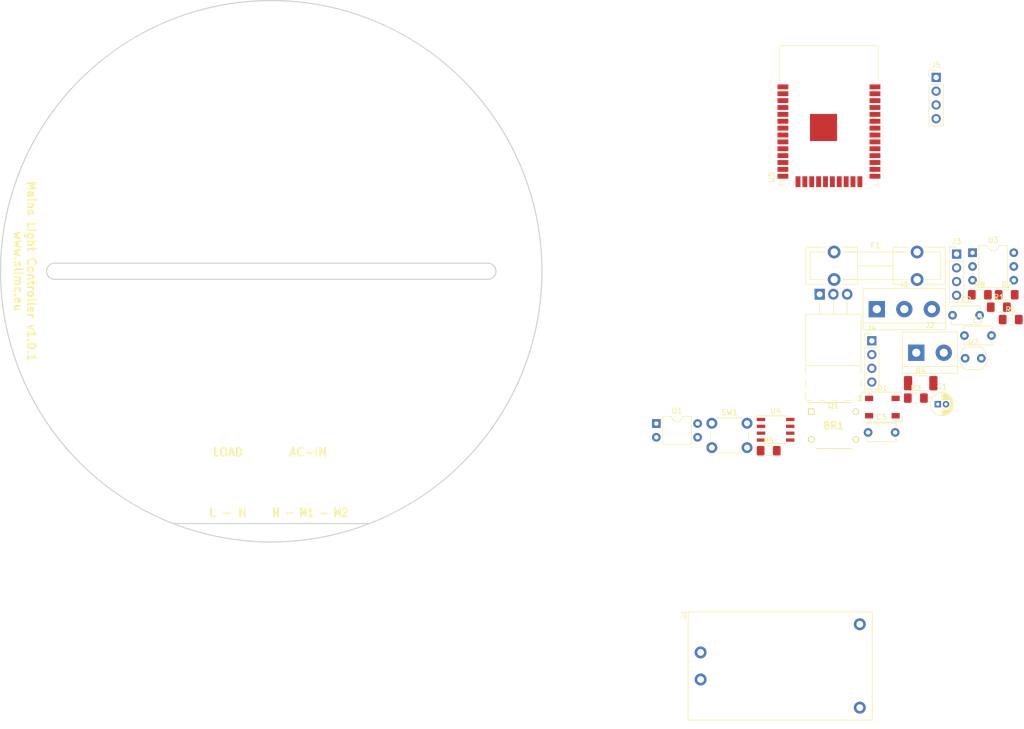
<source format=kicad_pcb>
(kicad_pcb (version 20171130) (host pcbnew 5.0.2+dfsg1-1)

  (general
    (thickness 1.6)
    (drawings 11)
    (tracks 0)
    (zones 0)
    (modules 27)
    (nets 67)
  )

  (page User 129.997 180.01)
  (title_block
    (title "Mains Light Controller")
    (date 2019-05-25)
    (rev v1.0.1)
    (comment 4 "Mains Light Controller")
  )

  (layers
    (0 F.Cu signal)
    (31 B.Cu signal)
    (32 B.Adhes user)
    (33 F.Adhes user)
    (34 B.Paste user)
    (35 F.Paste user)
    (36 B.SilkS user)
    (37 F.SilkS user)
    (38 B.Mask user)
    (39 F.Mask user)
    (40 Dwgs.User user)
    (41 Cmts.User user)
    (42 Eco1.User user)
    (43 Eco2.User user)
    (44 Edge.Cuts user)
    (45 Margin user)
    (46 B.CrtYd user)
    (47 F.CrtYd user)
    (48 B.Fab user)
    (49 F.Fab user)
  )

  (setup
    (last_trace_width 0.25)
    (trace_clearance 0.2)
    (zone_clearance 0.508)
    (zone_45_only no)
    (trace_min 0.2)
    (segment_width 0.2)
    (edge_width 0.2)
    (via_size 0.8)
    (via_drill 0.4)
    (via_min_size 0.4)
    (via_min_drill 0.3)
    (uvia_size 0.3)
    (uvia_drill 0.1)
    (uvias_allowed no)
    (uvia_min_size 0.2)
    (uvia_min_drill 0.1)
    (pcb_text_width 0.3)
    (pcb_text_size 1.5 1.5)
    (mod_edge_width 0.15)
    (mod_text_size 1 1)
    (mod_text_width 0.15)
    (pad_size 3 3)
    (pad_drill 1.52)
    (pad_to_mask_clearance 0)
    (solder_mask_min_width 0.25)
    (aux_axis_origin 0 0)
    (visible_elements FFFFFF7F)
    (pcbplotparams
      (layerselection 0x010f0_ffffffff)
      (usegerberextensions false)
      (usegerberattributes false)
      (usegerberadvancedattributes false)
      (creategerberjobfile false)
      (excludeedgelayer true)
      (linewidth 0.100000)
      (plotframeref false)
      (viasonmask false)
      (mode 1)
      (useauxorigin false)
      (hpglpennumber 1)
      (hpglpenspeed 20)
      (hpglpendiameter 15.000000)
      (psnegative false)
      (psa4output false)
      (plotreference true)
      (plotvalue true)
      (plotinvisibletext false)
      (padsonsilk false)
      (subtractmaskfromsilk false)
      (outputformat 5)
      (mirror false)
      (drillshape 0)
      (scaleselection 1)
      (outputdirectory "../exports/gerbers"))
  )

  (net 0 "")
  (net 1 GND)
  (net 2 "Net-(C5-Pad1)")
  (net 3 "Net-(Q1-Pad3)")
  (net 4 "Net-(R1-Pad1)")
  (net 5 "Net-(R3-Pad2)")
  (net 6 "Net-(R5-Pad1)")
  (net 7 "Net-(U3-Pad5)")
  (net 8 "Net-(U3-Pad3)")
  (net 9 "Net-(BR1-Pad1)")
  (net 10 "Net-(BR1-Pad2)")
  (net 11 "Net-(D1-Pad2)")
  (net 12 +3V3)
  (net 13 M2_IN)
  (net 14 L_OUT)
  (net 15 M1_IN)
  (net 16 N_MAIN)
  (net 17 "Net-(F1-Pad2)")
  (net 18 "Net-(C1-Pad1)")
  (net 19 "Net-(D1-Pad4)")
  (net 20 "Net-(J3-Pad1)")
  (net 21 "Net-(J3-Pad2)")
  (net 22 "Net-(J3-Pad3)")
  (net 23 "Net-(J3-Pad4)")
  (net 24 "Net-(J4-Pad4)")
  (net 25 "Net-(J4-Pad3)")
  (net 26 "Net-(J4-Pad2)")
  (net 27 "Net-(J4-Pad1)")
  (net 28 "Net-(J5-Pad2)")
  (net 29 /RXD)
  (net 30 /TXD)
  (net 31 "Net-(R5-Pad2)")
  (net 32 "Net-(R6-Pad1)")
  (net 33 "Net-(R8-Pad2)")
  (net 34 "Net-(U4-Pad1)")
  (net 35 "Net-(U5-Pad3)")
  (net 36 "Net-(U5-Pad4)")
  (net 37 "Net-(U5-Pad5)")
  (net 38 "Net-(U5-Pad6)")
  (net 39 "Net-(U5-Pad7)")
  (net 40 "Net-(U5-Pad8)")
  (net 41 "Net-(U5-Pad9)")
  (net 42 "Net-(U5-Pad10)")
  (net 43 "Net-(U5-Pad11)")
  (net 44 "Net-(U5-Pad12)")
  (net 45 "Net-(U5-Pad13)")
  (net 46 "Net-(U5-Pad14)")
  (net 47 "Net-(U5-Pad16)")
  (net 48 "Net-(U5-Pad17)")
  (net 49 "Net-(U5-Pad18)")
  (net 50 "Net-(U5-Pad19)")
  (net 51 "Net-(U5-Pad20)")
  (net 52 "Net-(U5-Pad21)")
  (net 53 "Net-(U5-Pad22)")
  (net 54 "Net-(U5-Pad23)")
  (net 55 "Net-(U5-Pad24)")
  (net 56 "Net-(U5-Pad25)")
  (net 57 "Net-(U5-Pad26)")
  (net 58 "Net-(U5-Pad27)")
  (net 59 "Net-(U5-Pad28)")
  (net 60 "Net-(U5-Pad29)")
  (net 61 "Net-(U5-Pad30)")
  (net 62 "Net-(U5-Pad31)")
  (net 63 "Net-(U5-Pad32)")
  (net 64 "Net-(U5-Pad33)")
  (net 65 "Net-(U5-Pad36)")
  (net 66 "Net-(U5-Pad37)")

  (net_class Default "This is the default net class."
    (clearance 0.2)
    (trace_width 0.25)
    (via_dia 0.8)
    (via_drill 0.4)
    (uvia_dia 0.3)
    (uvia_drill 0.1)
    (add_net +3V3)
    (add_net /RXD)
    (add_net /TXD)
    (add_net GND)
    (add_net L_OUT)
    (add_net M1_IN)
    (add_net M2_IN)
    (add_net N_MAIN)
    (add_net "Net-(BR1-Pad1)")
    (add_net "Net-(BR1-Pad2)")
    (add_net "Net-(C1-Pad1)")
    (add_net "Net-(C5-Pad1)")
    (add_net "Net-(D1-Pad2)")
    (add_net "Net-(D1-Pad4)")
    (add_net "Net-(F1-Pad2)")
    (add_net "Net-(J3-Pad1)")
    (add_net "Net-(J3-Pad2)")
    (add_net "Net-(J3-Pad3)")
    (add_net "Net-(J3-Pad4)")
    (add_net "Net-(J4-Pad1)")
    (add_net "Net-(J4-Pad2)")
    (add_net "Net-(J4-Pad3)")
    (add_net "Net-(J4-Pad4)")
    (add_net "Net-(J5-Pad2)")
    (add_net "Net-(Q1-Pad3)")
    (add_net "Net-(R1-Pad1)")
    (add_net "Net-(R3-Pad2)")
    (add_net "Net-(R5-Pad1)")
    (add_net "Net-(R5-Pad2)")
    (add_net "Net-(R6-Pad1)")
    (add_net "Net-(R8-Pad2)")
    (add_net "Net-(U3-Pad3)")
    (add_net "Net-(U3-Pad5)")
    (add_net "Net-(U4-Pad1)")
    (add_net "Net-(U5-Pad10)")
    (add_net "Net-(U5-Pad11)")
    (add_net "Net-(U5-Pad12)")
    (add_net "Net-(U5-Pad13)")
    (add_net "Net-(U5-Pad14)")
    (add_net "Net-(U5-Pad16)")
    (add_net "Net-(U5-Pad17)")
    (add_net "Net-(U5-Pad18)")
    (add_net "Net-(U5-Pad19)")
    (add_net "Net-(U5-Pad20)")
    (add_net "Net-(U5-Pad21)")
    (add_net "Net-(U5-Pad22)")
    (add_net "Net-(U5-Pad23)")
    (add_net "Net-(U5-Pad24)")
    (add_net "Net-(U5-Pad25)")
    (add_net "Net-(U5-Pad26)")
    (add_net "Net-(U5-Pad27)")
    (add_net "Net-(U5-Pad28)")
    (add_net "Net-(U5-Pad29)")
    (add_net "Net-(U5-Pad3)")
    (add_net "Net-(U5-Pad30)")
    (add_net "Net-(U5-Pad31)")
    (add_net "Net-(U5-Pad32)")
    (add_net "Net-(U5-Pad33)")
    (add_net "Net-(U5-Pad36)")
    (add_net "Net-(U5-Pad37)")
    (add_net "Net-(U5-Pad4)")
    (add_net "Net-(U5-Pad5)")
    (add_net "Net-(U5-Pad6)")
    (add_net "Net-(U5-Pad7)")
    (add_net "Net-(U5-Pad8)")
    (add_net "Net-(U5-Pad9)")
  )

  (module DB107-BP:DIP825W56P510L828H330Q4N (layer F.Cu) (tedit 5CE970C5) (tstamp 5D47FA41)
    (at 168.855001 93.510001)
    (descr DB-1)
    (tags "Bridge Rectifier")
    (path /5CE9FEBA)
    (fp_text reference BR1 (at 0 0) (layer F.SilkS)
      (effects (font (size 1.27 1.27) (thickness 0.254)))
    )
    (fp_text value DB107-BP (at 0 0) (layer F.SilkS) hide
      (effects (font (size 1.27 1.27) (thickness 0.254)))
    )
    (fp_line (start -5.28 -4.505) (end 5.28 -4.505) (layer Dwgs.User) (width 0.05))
    (fp_line (start 5.28 -4.505) (end 5.28 4.505) (layer Dwgs.User) (width 0.05))
    (fp_line (start 5.28 4.505) (end -5.28 4.505) (layer Dwgs.User) (width 0.05))
    (fp_line (start -5.28 4.505) (end -5.28 -4.505) (layer Dwgs.User) (width 0.05))
    (fp_line (start -3.25 -4.255) (end 3.25 -4.255) (layer Dwgs.User) (width 0.1))
    (fp_line (start 3.25 -4.255) (end 3.25 4.255) (layer Dwgs.User) (width 0.1))
    (fp_line (start 3.25 4.255) (end -3.25 4.255) (layer Dwgs.User) (width 0.1))
    (fp_line (start -3.25 4.255) (end -3.25 -4.255) (layer Dwgs.User) (width 0.1))
    (fp_line (start -3.25 -1.705) (end -0.7 -4.255) (layer Dwgs.User) (width 0.1))
    (fp_line (start -4.705 -4.255) (end 3.25 -4.255) (layer F.SilkS) (width 0.2))
    (fp_line (start -3.25 4.255) (end 3.25 4.255) (layer F.SilkS) (width 0.2))
    (pad 1 thru_hole rect (at -4.125 -2.55 90) (size 1.16 1.16) (drill 0.76) (layers *.Cu *.Mask F.SilkS)
      (net 9 "Net-(BR1-Pad1)"))
    (pad 2 thru_hole circle (at -4.125 2.55 90) (size 1.16 1.16) (drill 0.76) (layers *.Cu *.Mask F.SilkS)
      (net 10 "Net-(BR1-Pad2)"))
    (pad 3 thru_hole circle (at 4.125 2.55 90) (size 1.16 1.16) (drill 0.76) (layers *.Cu *.Mask F.SilkS)
      (net 16 N_MAIN))
    (pad 4 thru_hole circle (at 4.125 -2.55 90) (size 1.16 1.16) (drill 0.76) (layers *.Cu *.Mask F.SilkS)
      (net 15 M1_IN))
  )

  (module Capacitor_THT:CP_Radial_D4.0mm_P1.50mm (layer F.Cu) (tedit 5AE50EF0) (tstamp 5D47FAAC)
    (at 188.109802 89.555001)
    (descr "CP, Radial series, Radial, pin pitch=1.50mm, , diameter=4mm, Electrolytic Capacitor")
    (tags "CP Radial series Radial pin pitch 1.50mm  diameter 4mm Electrolytic Capacitor")
    (path /5CD3CE67)
    (fp_text reference C1 (at 0.75 -3.25) (layer F.SilkS)
      (effects (font (size 1 1) (thickness 0.15)))
    )
    (fp_text value 1µF (at 0.75 3.25) (layer F.Fab)
      (effects (font (size 1 1) (thickness 0.15)))
    )
    (fp_circle (center 0.75 0) (end 2.75 0) (layer F.Fab) (width 0.1))
    (fp_circle (center 0.75 0) (end 2.87 0) (layer F.SilkS) (width 0.12))
    (fp_circle (center 0.75 0) (end 3 0) (layer F.CrtYd) (width 0.05))
    (fp_line (start -0.952554 -0.8675) (end -0.552554 -0.8675) (layer F.Fab) (width 0.1))
    (fp_line (start -0.752554 -1.0675) (end -0.752554 -0.6675) (layer F.Fab) (width 0.1))
    (fp_line (start 0.75 0.84) (end 0.75 2.08) (layer F.SilkS) (width 0.12))
    (fp_line (start 0.75 -2.08) (end 0.75 -0.84) (layer F.SilkS) (width 0.12))
    (fp_line (start 0.79 0.84) (end 0.79 2.08) (layer F.SilkS) (width 0.12))
    (fp_line (start 0.79 -2.08) (end 0.79 -0.84) (layer F.SilkS) (width 0.12))
    (fp_line (start 0.83 0.84) (end 0.83 2.079) (layer F.SilkS) (width 0.12))
    (fp_line (start 0.83 -2.079) (end 0.83 -0.84) (layer F.SilkS) (width 0.12))
    (fp_line (start 0.87 -2.077) (end 0.87 -0.84) (layer F.SilkS) (width 0.12))
    (fp_line (start 0.87 0.84) (end 0.87 2.077) (layer F.SilkS) (width 0.12))
    (fp_line (start 0.91 -2.074) (end 0.91 -0.84) (layer F.SilkS) (width 0.12))
    (fp_line (start 0.91 0.84) (end 0.91 2.074) (layer F.SilkS) (width 0.12))
    (fp_line (start 0.95 -2.071) (end 0.95 -0.84) (layer F.SilkS) (width 0.12))
    (fp_line (start 0.95 0.84) (end 0.95 2.071) (layer F.SilkS) (width 0.12))
    (fp_line (start 0.99 -2.067) (end 0.99 -0.84) (layer F.SilkS) (width 0.12))
    (fp_line (start 0.99 0.84) (end 0.99 2.067) (layer F.SilkS) (width 0.12))
    (fp_line (start 1.03 -2.062) (end 1.03 -0.84) (layer F.SilkS) (width 0.12))
    (fp_line (start 1.03 0.84) (end 1.03 2.062) (layer F.SilkS) (width 0.12))
    (fp_line (start 1.07 -2.056) (end 1.07 -0.84) (layer F.SilkS) (width 0.12))
    (fp_line (start 1.07 0.84) (end 1.07 2.056) (layer F.SilkS) (width 0.12))
    (fp_line (start 1.11 -2.05) (end 1.11 -0.84) (layer F.SilkS) (width 0.12))
    (fp_line (start 1.11 0.84) (end 1.11 2.05) (layer F.SilkS) (width 0.12))
    (fp_line (start 1.15 -2.042) (end 1.15 -0.84) (layer F.SilkS) (width 0.12))
    (fp_line (start 1.15 0.84) (end 1.15 2.042) (layer F.SilkS) (width 0.12))
    (fp_line (start 1.19 -2.034) (end 1.19 -0.84) (layer F.SilkS) (width 0.12))
    (fp_line (start 1.19 0.84) (end 1.19 2.034) (layer F.SilkS) (width 0.12))
    (fp_line (start 1.23 -2.025) (end 1.23 -0.84) (layer F.SilkS) (width 0.12))
    (fp_line (start 1.23 0.84) (end 1.23 2.025) (layer F.SilkS) (width 0.12))
    (fp_line (start 1.27 -2.016) (end 1.27 -0.84) (layer F.SilkS) (width 0.12))
    (fp_line (start 1.27 0.84) (end 1.27 2.016) (layer F.SilkS) (width 0.12))
    (fp_line (start 1.31 -2.005) (end 1.31 -0.84) (layer F.SilkS) (width 0.12))
    (fp_line (start 1.31 0.84) (end 1.31 2.005) (layer F.SilkS) (width 0.12))
    (fp_line (start 1.35 -1.994) (end 1.35 -0.84) (layer F.SilkS) (width 0.12))
    (fp_line (start 1.35 0.84) (end 1.35 1.994) (layer F.SilkS) (width 0.12))
    (fp_line (start 1.39 -1.982) (end 1.39 -0.84) (layer F.SilkS) (width 0.12))
    (fp_line (start 1.39 0.84) (end 1.39 1.982) (layer F.SilkS) (width 0.12))
    (fp_line (start 1.43 -1.968) (end 1.43 -0.84) (layer F.SilkS) (width 0.12))
    (fp_line (start 1.43 0.84) (end 1.43 1.968) (layer F.SilkS) (width 0.12))
    (fp_line (start 1.471 -1.954) (end 1.471 -0.84) (layer F.SilkS) (width 0.12))
    (fp_line (start 1.471 0.84) (end 1.471 1.954) (layer F.SilkS) (width 0.12))
    (fp_line (start 1.511 -1.94) (end 1.511 -0.84) (layer F.SilkS) (width 0.12))
    (fp_line (start 1.511 0.84) (end 1.511 1.94) (layer F.SilkS) (width 0.12))
    (fp_line (start 1.551 -1.924) (end 1.551 -0.84) (layer F.SilkS) (width 0.12))
    (fp_line (start 1.551 0.84) (end 1.551 1.924) (layer F.SilkS) (width 0.12))
    (fp_line (start 1.591 -1.907) (end 1.591 -0.84) (layer F.SilkS) (width 0.12))
    (fp_line (start 1.591 0.84) (end 1.591 1.907) (layer F.SilkS) (width 0.12))
    (fp_line (start 1.631 -1.889) (end 1.631 -0.84) (layer F.SilkS) (width 0.12))
    (fp_line (start 1.631 0.84) (end 1.631 1.889) (layer F.SilkS) (width 0.12))
    (fp_line (start 1.671 -1.87) (end 1.671 -0.84) (layer F.SilkS) (width 0.12))
    (fp_line (start 1.671 0.84) (end 1.671 1.87) (layer F.SilkS) (width 0.12))
    (fp_line (start 1.711 -1.851) (end 1.711 -0.84) (layer F.SilkS) (width 0.12))
    (fp_line (start 1.711 0.84) (end 1.711 1.851) (layer F.SilkS) (width 0.12))
    (fp_line (start 1.751 -1.83) (end 1.751 -0.84) (layer F.SilkS) (width 0.12))
    (fp_line (start 1.751 0.84) (end 1.751 1.83) (layer F.SilkS) (width 0.12))
    (fp_line (start 1.791 -1.808) (end 1.791 -0.84) (layer F.SilkS) (width 0.12))
    (fp_line (start 1.791 0.84) (end 1.791 1.808) (layer F.SilkS) (width 0.12))
    (fp_line (start 1.831 -1.785) (end 1.831 -0.84) (layer F.SilkS) (width 0.12))
    (fp_line (start 1.831 0.84) (end 1.831 1.785) (layer F.SilkS) (width 0.12))
    (fp_line (start 1.871 -1.76) (end 1.871 -0.84) (layer F.SilkS) (width 0.12))
    (fp_line (start 1.871 0.84) (end 1.871 1.76) (layer F.SilkS) (width 0.12))
    (fp_line (start 1.911 -1.735) (end 1.911 -0.84) (layer F.SilkS) (width 0.12))
    (fp_line (start 1.911 0.84) (end 1.911 1.735) (layer F.SilkS) (width 0.12))
    (fp_line (start 1.951 -1.708) (end 1.951 -0.84) (layer F.SilkS) (width 0.12))
    (fp_line (start 1.951 0.84) (end 1.951 1.708) (layer F.SilkS) (width 0.12))
    (fp_line (start 1.991 -1.68) (end 1.991 -0.84) (layer F.SilkS) (width 0.12))
    (fp_line (start 1.991 0.84) (end 1.991 1.68) (layer F.SilkS) (width 0.12))
    (fp_line (start 2.031 -1.65) (end 2.031 -0.84) (layer F.SilkS) (width 0.12))
    (fp_line (start 2.031 0.84) (end 2.031 1.65) (layer F.SilkS) (width 0.12))
    (fp_line (start 2.071 -1.619) (end 2.071 -0.84) (layer F.SilkS) (width 0.12))
    (fp_line (start 2.071 0.84) (end 2.071 1.619) (layer F.SilkS) (width 0.12))
    (fp_line (start 2.111 -1.587) (end 2.111 -0.84) (layer F.SilkS) (width 0.12))
    (fp_line (start 2.111 0.84) (end 2.111 1.587) (layer F.SilkS) (width 0.12))
    (fp_line (start 2.151 -1.552) (end 2.151 -0.84) (layer F.SilkS) (width 0.12))
    (fp_line (start 2.151 0.84) (end 2.151 1.552) (layer F.SilkS) (width 0.12))
    (fp_line (start 2.191 -1.516) (end 2.191 -0.84) (layer F.SilkS) (width 0.12))
    (fp_line (start 2.191 0.84) (end 2.191 1.516) (layer F.SilkS) (width 0.12))
    (fp_line (start 2.231 -1.478) (end 2.231 -0.84) (layer F.SilkS) (width 0.12))
    (fp_line (start 2.231 0.84) (end 2.231 1.478) (layer F.SilkS) (width 0.12))
    (fp_line (start 2.271 -1.438) (end 2.271 -0.84) (layer F.SilkS) (width 0.12))
    (fp_line (start 2.271 0.84) (end 2.271 1.438) (layer F.SilkS) (width 0.12))
    (fp_line (start 2.311 -1.396) (end 2.311 -0.84) (layer F.SilkS) (width 0.12))
    (fp_line (start 2.311 0.84) (end 2.311 1.396) (layer F.SilkS) (width 0.12))
    (fp_line (start 2.351 -1.351) (end 2.351 1.351) (layer F.SilkS) (width 0.12))
    (fp_line (start 2.391 -1.304) (end 2.391 1.304) (layer F.SilkS) (width 0.12))
    (fp_line (start 2.431 -1.254) (end 2.431 1.254) (layer F.SilkS) (width 0.12))
    (fp_line (start 2.471 -1.2) (end 2.471 1.2) (layer F.SilkS) (width 0.12))
    (fp_line (start 2.511 -1.142) (end 2.511 1.142) (layer F.SilkS) (width 0.12))
    (fp_line (start 2.551 -1.08) (end 2.551 1.08) (layer F.SilkS) (width 0.12))
    (fp_line (start 2.591 -1.013) (end 2.591 1.013) (layer F.SilkS) (width 0.12))
    (fp_line (start 2.631 -0.94) (end 2.631 0.94) (layer F.SilkS) (width 0.12))
    (fp_line (start 2.671 -0.859) (end 2.671 0.859) (layer F.SilkS) (width 0.12))
    (fp_line (start 2.711 -0.768) (end 2.711 0.768) (layer F.SilkS) (width 0.12))
    (fp_line (start 2.751 -0.664) (end 2.751 0.664) (layer F.SilkS) (width 0.12))
    (fp_line (start 2.791 -0.537) (end 2.791 0.537) (layer F.SilkS) (width 0.12))
    (fp_line (start 2.831 -0.37) (end 2.831 0.37) (layer F.SilkS) (width 0.12))
    (fp_line (start -1.519801 -1.195) (end -1.119801 -1.195) (layer F.SilkS) (width 0.12))
    (fp_line (start -1.319801 -1.395) (end -1.319801 -0.995) (layer F.SilkS) (width 0.12))
    (fp_text user %R (at 0.75 0) (layer F.Fab)
      (effects (font (size 0.8 0.8) (thickness 0.12)))
    )
    (pad 1 thru_hole rect (at 0 0) (size 1.2 1.2) (drill 0.6) (layers *.Cu *.Mask)
      (net 18 "Net-(C1-Pad1)"))
    (pad 2 thru_hole circle (at 1.5 0) (size 1.2 1.2) (drill 0.6) (layers *.Cu *.Mask)
      (net 1 GND))
    (model ${KISYS3DMOD}/Capacitor_THT.3dshapes/CP_Radial_D4.0mm_P1.50mm.wrl
      (at (xyz 0 0 0))
      (scale (xyz 1 1 1))
      (rotate (xyz 0 0 0))
    )
  )

  (module Capacitor_THT:C_Disc_D5.1mm_W3.2mm_P5.00mm (layer F.Cu) (tedit 5AE50EF0) (tstamp 5D47FAC1)
    (at 190.825001 73.125001)
    (descr "C, Disc series, Radial, pin pitch=5.00mm, , diameter*width=5.1*3.2mm^2, Capacitor, http://www.vishay.com/docs/45233/krseries.pdf")
    (tags "C Disc series Radial pin pitch 5.00mm  diameter 5.1mm width 3.2mm Capacitor")
    (path /5D3C3B1A)
    (fp_text reference C2 (at 2.5 -2.85) (layer F.SilkS)
      (effects (font (size 1 1) (thickness 0.15)))
    )
    (fp_text value 0.1µF (at 2.5 2.85) (layer F.Fab)
      (effects (font (size 1 1) (thickness 0.15)))
    )
    (fp_text user %R (at 2.5 0) (layer F.Fab)
      (effects (font (size 1 1) (thickness 0.15)))
    )
    (fp_line (start 6.05 -1.85) (end -1.05 -1.85) (layer F.CrtYd) (width 0.05))
    (fp_line (start 6.05 1.85) (end 6.05 -1.85) (layer F.CrtYd) (width 0.05))
    (fp_line (start -1.05 1.85) (end 6.05 1.85) (layer F.CrtYd) (width 0.05))
    (fp_line (start -1.05 -1.85) (end -1.05 1.85) (layer F.CrtYd) (width 0.05))
    (fp_line (start 5.17 1.055) (end 5.17 1.721) (layer F.SilkS) (width 0.12))
    (fp_line (start 5.17 -1.721) (end 5.17 -1.055) (layer F.SilkS) (width 0.12))
    (fp_line (start -0.17 1.055) (end -0.17 1.721) (layer F.SilkS) (width 0.12))
    (fp_line (start -0.17 -1.721) (end -0.17 -1.055) (layer F.SilkS) (width 0.12))
    (fp_line (start -0.17 1.721) (end 5.17 1.721) (layer F.SilkS) (width 0.12))
    (fp_line (start -0.17 -1.721) (end 5.17 -1.721) (layer F.SilkS) (width 0.12))
    (fp_line (start 5.05 -1.6) (end -0.05 -1.6) (layer F.Fab) (width 0.1))
    (fp_line (start 5.05 1.6) (end 5.05 -1.6) (layer F.Fab) (width 0.1))
    (fp_line (start -0.05 1.6) (end 5.05 1.6) (layer F.Fab) (width 0.1))
    (fp_line (start -0.05 -1.6) (end -0.05 1.6) (layer F.Fab) (width 0.1))
    (pad 2 thru_hole circle (at 5 0) (size 1.6 1.6) (drill 0.8) (layers *.Cu *.Mask)
      (net 12 +3V3))
    (pad 1 thru_hole circle (at 0 0) (size 1.6 1.6) (drill 0.8) (layers *.Cu *.Mask)
      (net 1 GND))
    (model ${KISYS3DMOD}/Capacitor_THT.3dshapes/C_Disc_D5.1mm_W3.2mm_P5.00mm.wrl
      (at (xyz 0 0 0))
      (scale (xyz 1 1 1))
      (rotate (xyz 0 0 0))
    )
  )

  (module Capacitor_THT:C_Disc_D5.1mm_W3.2mm_P5.00mm (layer F.Cu) (tedit 5AE50EF0) (tstamp 5D47FAD6)
    (at 193.025001 76.875001)
    (descr "C, Disc series, Radial, pin pitch=5.00mm, , diameter*width=5.1*3.2mm^2, Capacitor, http://www.vishay.com/docs/45233/krseries.pdf")
    (tags "C Disc series Radial pin pitch 5.00mm  diameter 5.1mm width 3.2mm Capacitor")
    (path /5D4EFD32)
    (fp_text reference C3 (at 2.5 -2.85) (layer F.SilkS)
      (effects (font (size 1 1) (thickness 0.15)))
    )
    (fp_text value 0.1µF (at 2.5 2.85) (layer F.Fab)
      (effects (font (size 1 1) (thickness 0.15)))
    )
    (fp_line (start -0.05 -1.6) (end -0.05 1.6) (layer F.Fab) (width 0.1))
    (fp_line (start -0.05 1.6) (end 5.05 1.6) (layer F.Fab) (width 0.1))
    (fp_line (start 5.05 1.6) (end 5.05 -1.6) (layer F.Fab) (width 0.1))
    (fp_line (start 5.05 -1.6) (end -0.05 -1.6) (layer F.Fab) (width 0.1))
    (fp_line (start -0.17 -1.721) (end 5.17 -1.721) (layer F.SilkS) (width 0.12))
    (fp_line (start -0.17 1.721) (end 5.17 1.721) (layer F.SilkS) (width 0.12))
    (fp_line (start -0.17 -1.721) (end -0.17 -1.055) (layer F.SilkS) (width 0.12))
    (fp_line (start -0.17 1.055) (end -0.17 1.721) (layer F.SilkS) (width 0.12))
    (fp_line (start 5.17 -1.721) (end 5.17 -1.055) (layer F.SilkS) (width 0.12))
    (fp_line (start 5.17 1.055) (end 5.17 1.721) (layer F.SilkS) (width 0.12))
    (fp_line (start -1.05 -1.85) (end -1.05 1.85) (layer F.CrtYd) (width 0.05))
    (fp_line (start -1.05 1.85) (end 6.05 1.85) (layer F.CrtYd) (width 0.05))
    (fp_line (start 6.05 1.85) (end 6.05 -1.85) (layer F.CrtYd) (width 0.05))
    (fp_line (start 6.05 -1.85) (end -1.05 -1.85) (layer F.CrtYd) (width 0.05))
    (fp_text user %R (at 2.5 0) (layer F.Fab)
      (effects (font (size 1 1) (thickness 0.15)))
    )
    (pad 1 thru_hole circle (at 0 0) (size 1.6 1.6) (drill 0.8) (layers *.Cu *.Mask)
      (net 1 GND))
    (pad 2 thru_hole circle (at 5 0) (size 1.6 1.6) (drill 0.8) (layers *.Cu *.Mask)
      (net 12 +3V3))
    (model ${KISYS3DMOD}/Capacitor_THT.3dshapes/C_Disc_D5.1mm_W3.2mm_P5.00mm.wrl
      (at (xyz 0 0 0))
      (scale (xyz 1 1 1))
      (rotate (xyz 0 0 0))
    )
  )

  (module Capacitor_THT:C_Disc_D5.1mm_W3.2mm_P5.00mm (layer F.Cu) (tedit 5AE50EF0) (tstamp 5D47FAEB)
    (at 175.235001 94.765001)
    (descr "C, Disc series, Radial, pin pitch=5.00mm, , diameter*width=5.1*3.2mm^2, Capacitor, http://www.vishay.com/docs/45233/krseries.pdf")
    (tags "C Disc series Radial pin pitch 5.00mm  diameter 5.1mm width 3.2mm Capacitor")
    (path /5CD37ECE)
    (fp_text reference C5 (at 2.5 -2.85) (layer F.SilkS)
      (effects (font (size 1 1) (thickness 0.15)))
    )
    (fp_text value 100nF (at 2.5 2.85) (layer F.Fab)
      (effects (font (size 1 1) (thickness 0.15)))
    )
    (fp_line (start -0.05 -1.6) (end -0.05 1.6) (layer F.Fab) (width 0.1))
    (fp_line (start -0.05 1.6) (end 5.05 1.6) (layer F.Fab) (width 0.1))
    (fp_line (start 5.05 1.6) (end 5.05 -1.6) (layer F.Fab) (width 0.1))
    (fp_line (start 5.05 -1.6) (end -0.05 -1.6) (layer F.Fab) (width 0.1))
    (fp_line (start -0.17 -1.721) (end 5.17 -1.721) (layer F.SilkS) (width 0.12))
    (fp_line (start -0.17 1.721) (end 5.17 1.721) (layer F.SilkS) (width 0.12))
    (fp_line (start -0.17 -1.721) (end -0.17 -1.055) (layer F.SilkS) (width 0.12))
    (fp_line (start -0.17 1.055) (end -0.17 1.721) (layer F.SilkS) (width 0.12))
    (fp_line (start 5.17 -1.721) (end 5.17 -1.055) (layer F.SilkS) (width 0.12))
    (fp_line (start 5.17 1.055) (end 5.17 1.721) (layer F.SilkS) (width 0.12))
    (fp_line (start -1.05 -1.85) (end -1.05 1.85) (layer F.CrtYd) (width 0.05))
    (fp_line (start -1.05 1.85) (end 6.05 1.85) (layer F.CrtYd) (width 0.05))
    (fp_line (start 6.05 1.85) (end 6.05 -1.85) (layer F.CrtYd) (width 0.05))
    (fp_line (start 6.05 -1.85) (end -1.05 -1.85) (layer F.CrtYd) (width 0.05))
    (fp_text user %R (at 2.5 0) (layer F.Fab)
      (effects (font (size 1 1) (thickness 0.15)))
    )
    (pad 1 thru_hole circle (at 0 0) (size 1.6 1.6) (drill 0.8) (layers *.Cu *.Mask)
      (net 2 "Net-(C5-Pad1)"))
    (pad 2 thru_hole circle (at 5 0) (size 1.6 1.6) (drill 0.8) (layers *.Cu *.Mask)
      (net 14 L_OUT))
    (model ${KISYS3DMOD}/Capacitor_THT.3dshapes/C_Disc_D5.1mm_W3.2mm_P5.00mm.wrl
      (at (xyz 0 0 0))
      (scale (xyz 1 1 1))
      (rotate (xyz 0 0 0))
    )
  )

  (module LED_SMD:LED_WS2812B_PLCC4_5.0x5.0mm_P3.2mm (layer F.Cu) (tedit 5AA4B285) (tstamp 5D47FB02)
    (at 177.870001 90.080001)
    (descr https://cdn-shop.adafruit.com/datasheets/WS2812B.pdf)
    (tags "LED RGB NeoPixel")
    (path /5CE9D0F3)
    (attr smd)
    (fp_text reference D1 (at 0 -3.5) (layer F.SilkS)
      (effects (font (size 1 1) (thickness 0.15)))
    )
    (fp_text value WS2812B (at 0 4) (layer F.Fab)
      (effects (font (size 1 1) (thickness 0.15)))
    )
    (fp_text user 1 (at -4.15 -1.6) (layer F.SilkS)
      (effects (font (size 1 1) (thickness 0.15)))
    )
    (fp_text user %R (at 0 0) (layer F.Fab)
      (effects (font (size 0.8 0.8) (thickness 0.15)))
    )
    (fp_line (start 3.45 -2.75) (end -3.45 -2.75) (layer F.CrtYd) (width 0.05))
    (fp_line (start 3.45 2.75) (end 3.45 -2.75) (layer F.CrtYd) (width 0.05))
    (fp_line (start -3.45 2.75) (end 3.45 2.75) (layer F.CrtYd) (width 0.05))
    (fp_line (start -3.45 -2.75) (end -3.45 2.75) (layer F.CrtYd) (width 0.05))
    (fp_line (start 2.5 1.5) (end 1.5 2.5) (layer F.Fab) (width 0.1))
    (fp_line (start -2.5 -2.5) (end -2.5 2.5) (layer F.Fab) (width 0.1))
    (fp_line (start -2.5 2.5) (end 2.5 2.5) (layer F.Fab) (width 0.1))
    (fp_line (start 2.5 2.5) (end 2.5 -2.5) (layer F.Fab) (width 0.1))
    (fp_line (start 2.5 -2.5) (end -2.5 -2.5) (layer F.Fab) (width 0.1))
    (fp_line (start -3.65 -2.75) (end 3.65 -2.75) (layer F.SilkS) (width 0.12))
    (fp_line (start -3.65 2.75) (end 3.65 2.75) (layer F.SilkS) (width 0.12))
    (fp_line (start 3.65 2.75) (end 3.65 1.6) (layer F.SilkS) (width 0.12))
    (fp_circle (center 0 0) (end 0 -2) (layer F.Fab) (width 0.1))
    (pad 3 smd rect (at 2.45 1.6) (size 1.5 1) (layers F.Cu F.Paste F.Mask)
      (net 1 GND))
    (pad 4 smd rect (at 2.45 -1.6) (size 1.5 1) (layers F.Cu F.Paste F.Mask)
      (net 19 "Net-(D1-Pad4)"))
    (pad 2 smd rect (at -2.45 1.6) (size 1.5 1) (layers F.Cu F.Paste F.Mask)
      (net 11 "Net-(D1-Pad2)"))
    (pad 1 smd rect (at -2.45 -1.6) (size 1.5 1) (layers F.Cu F.Paste F.Mask)
      (net 12 +3V3))
    (model ${KISYS3DMOD}/LED_SMD.3dshapes/LED_WS2812B_PLCC4_5.0x5.0mm_P3.2mm.wrl
      (at (xyz 0 0 0))
      (scale (xyz 1 1 1))
      (rotate (xyz 0 0 0))
    )
  )

  (module Fuse_Holders_and_Fuses:Fuseholder5x20_horiz_open_lateral_Type-II (layer F.Cu) (tedit 5880C40E) (tstamp 5D47FB3B)
    (at 168.965001 61.445001)
    (descr "Fuseholder, 5x20, open, horizontal, Type-II, lateral,")
    (tags "Fuseholder 5x20 open horizontal Type-II lateral Sicherungshalter offen ")
    (path /5D03534A)
    (fp_text reference F1 (at 7.61 -1.21) (layer F.SilkS)
      (effects (font (size 1 1) (thickness 0.15)))
    )
    (fp_text value Fuse (at 7.56 7.44) (layer F.Fab)
      (effects (font (size 1 1) (thickness 0.15)))
    )
    (fp_line (start 0.01 2.54) (end 15.36 2.54) (layer F.Fab) (width 0.1))
    (fp_line (start -4.44 -0.01) (end 19.66 -0.01) (layer F.Fab) (width 0.1))
    (fp_line (start 19.66 -0.01) (end 19.66 5.09) (layer F.Fab) (width 0.1))
    (fp_line (start 19.66 5.09) (end -4.44 5.09) (layer F.Fab) (width 0.1))
    (fp_line (start -4.44 5.09) (end -4.44 0.04) (layer F.Fab) (width 0.1))
    (fp_line (start 10.96 -0.81) (end 10.96 5.89) (layer F.Fab) (width 0.1))
    (fp_line (start 10.96 5.89) (end 20.51 5.89) (layer F.Fab) (width 0.1))
    (fp_line (start 20.51 5.89) (end 20.51 -0.76) (layer F.Fab) (width 0.1))
    (fp_line (start 20.51 -0.76) (end 10.96 -0.81) (layer F.Fab) (width 0.1))
    (fp_line (start -5.14 -0.81) (end 4.21 -0.81) (layer F.Fab) (width 0.1))
    (fp_line (start 4.21 -0.81) (end 4.21 5.89) (layer F.Fab) (width 0.1))
    (fp_line (start 4.21 5.89) (end -5.14 5.89) (layer F.Fab) (width 0.1))
    (fp_line (start -5.14 5.89) (end -5.14 -0.81) (layer F.Fab) (width 0.1))
    (fp_line (start 10.91 2.54) (end 4.41 2.54) (layer F.SilkS) (width 0.12))
    (fp_line (start 20.53 5.97) (end 16.72 5.97) (layer F.SilkS) (width 0.12))
    (fp_line (start 10.88 5.97) (end 13.92 5.97) (layer F.SilkS) (width 0.12))
    (fp_line (start 13.38 5.08) (end 13.92 5.08) (layer F.SilkS) (width 0.12))
    (fp_line (start 19.64 5.08) (end 16.97 5.08) (layer F.SilkS) (width 0.12))
    (fp_line (start 10.88 0) (end 13.67 0) (layer F.SilkS) (width 0.12))
    (fp_line (start 19.64 0) (end 16.97 0) (layer F.SilkS) (width 0.12))
    (fp_line (start 20.53 -0.89) (end 16.85 -0.89) (layer F.SilkS) (width 0.12))
    (fp_line (start 10.88 -0.89) (end 13.8 -0.89) (layer F.SilkS) (width 0.12))
    (fp_line (start -5.21 5.97) (end -1.52 5.97) (layer F.SilkS) (width 0.12))
    (fp_line (start 4.32 5.97) (end 1.52 5.97) (layer F.SilkS) (width 0.12))
    (fp_line (start 1.78 5.08) (end 1.65 5.08) (layer F.SilkS) (width 0.12))
    (fp_line (start 1.78 5.08) (end 4.32 5.08) (layer F.SilkS) (width 0.12))
    (fp_line (start -4.44 5.08) (end -1.65 5.08) (layer F.SilkS) (width 0.12))
    (fp_line (start -5.21 -0.89) (end -1.4 -0.89) (layer F.SilkS) (width 0.12))
    (fp_line (start 4.32 -0.89) (end 1.52 -0.89) (layer F.SilkS) (width 0.12))
    (fp_line (start 4.32 0) (end 1.65 0) (layer F.SilkS) (width 0.12))
    (fp_line (start -4.44 0) (end -1.65 0) (layer F.SilkS) (width 0.12))
    (fp_line (start 20.53 -0.89) (end 20.53 5.97) (layer F.SilkS) (width 0.12))
    (fp_line (start 10.88 5.97) (end 10.88 5.08) (layer F.SilkS) (width 0.12))
    (fp_line (start 10.88 -0.89) (end 10.88 0) (layer F.SilkS) (width 0.12))
    (fp_line (start -5.21 -0.89) (end -5.21 5.97) (layer F.SilkS) (width 0.12))
    (fp_line (start 4.32 5.97) (end 4.32 5.08) (layer F.SilkS) (width 0.12))
    (fp_line (start 4.32 -0.89) (end 4.32 0.13) (layer F.SilkS) (width 0.12))
    (fp_line (start 13.38 5.08) (end 1.69 5.08) (layer F.SilkS) (width 0.12))
    (fp_line (start 1.82 0) (end 13.38 0) (layer F.SilkS) (width 0.12))
    (fp_line (start 4.32 2.54) (end 4.32 0) (layer F.SilkS) (width 0.12))
    (fp_line (start -4.44 0) (end -4.44 5.08) (layer F.SilkS) (width 0.12))
    (fp_line (start 4.32 5.08) (end 4.32 2.54) (layer F.SilkS) (width 0.12))
    (fp_line (start 10.88 2.54) (end 10.88 0) (layer F.SilkS) (width 0.12))
    (fp_line (start 19.64 0) (end 19.64 5.08) (layer F.SilkS) (width 0.12))
    (fp_line (start 10.88 5.08) (end 10.88 2.54) (layer F.SilkS) (width 0.12))
    (fp_line (start -5.39 -1.42) (end 20.76 -1.42) (layer F.CrtYd) (width 0.05))
    (fp_line (start -5.39 -1.42) (end -5.39 6.5) (layer F.CrtYd) (width 0.05))
    (fp_line (start 20.76 6.5) (end 20.76 -1.42) (layer F.CrtYd) (width 0.05))
    (fp_line (start 20.76 6.5) (end -5.39 6.5) (layer F.CrtYd) (width 0.05))
    (pad 2 thru_hole circle (at 15.32 0) (size 2.35 2.35) (drill 1.35) (layers *.Cu *.Mask)
      (net 17 "Net-(F1-Pad2)"))
    (pad 2 thru_hole circle (at 15.32 5.08) (size 2.35 2.35) (drill 1.35) (layers *.Cu *.Mask)
      (net 17 "Net-(F1-Pad2)"))
    (pad 1 thru_hole circle (at 0 0) (size 2.35 2.35) (drill 1.35) (layers *.Cu *.Mask)
      (net 14 L_OUT))
    (pad 1 thru_hole circle (at 0 5.08) (size 2.35 2.35) (drill 1.35) (layers *.Cu *.Mask)
      (net 14 L_OUT))
  )

  (module TerminalBlock:TerminalBlock_bornier-3_P5.08mm (layer F.Cu) (tedit 59FF03B9) (tstamp 5D47FB51)
    (at 176.845001 71.995001)
    (descr "simple 3-pin terminal block, pitch 5.08mm, revamped version of bornier3")
    (tags "terminal block bornier3")
    (path /5CD45A37)
    (fp_text reference J1 (at 5.05 -4.65) (layer F.SilkS)
      (effects (font (size 1 1) (thickness 0.15)))
    )
    (fp_text value Screw_Terminal_01x03 (at 5.08 5.08) (layer F.Fab)
      (effects (font (size 1 1) (thickness 0.15)))
    )
    (fp_text user %R (at 5.08 0) (layer F.Fab)
      (effects (font (size 1 1) (thickness 0.15)))
    )
    (fp_line (start -2.47 2.55) (end 12.63 2.55) (layer F.Fab) (width 0.1))
    (fp_line (start -2.47 -3.75) (end 12.63 -3.75) (layer F.Fab) (width 0.1))
    (fp_line (start 12.63 -3.75) (end 12.63 3.75) (layer F.Fab) (width 0.1))
    (fp_line (start 12.63 3.75) (end -2.47 3.75) (layer F.Fab) (width 0.1))
    (fp_line (start -2.47 3.75) (end -2.47 -3.75) (layer F.Fab) (width 0.1))
    (fp_line (start -2.54 3.81) (end -2.54 -3.81) (layer F.SilkS) (width 0.12))
    (fp_line (start 12.7 3.81) (end 12.7 -3.81) (layer F.SilkS) (width 0.12))
    (fp_line (start -2.54 2.54) (end 12.7 2.54) (layer F.SilkS) (width 0.12))
    (fp_line (start -2.54 -3.81) (end 12.7 -3.81) (layer F.SilkS) (width 0.12))
    (fp_line (start -2.54 3.81) (end 12.7 3.81) (layer F.SilkS) (width 0.12))
    (fp_line (start -2.72 -4) (end 12.88 -4) (layer F.CrtYd) (width 0.05))
    (fp_line (start -2.72 -4) (end -2.72 4) (layer F.CrtYd) (width 0.05))
    (fp_line (start 12.88 4) (end 12.88 -4) (layer F.CrtYd) (width 0.05))
    (fp_line (start 12.88 4) (end -2.72 4) (layer F.CrtYd) (width 0.05))
    (pad 1 thru_hole rect (at 0 0) (size 3 3) (drill 1.52) (layers *.Cu *.Mask)
      (net 13 M2_IN))
    (pad 2 thru_hole circle (at 5.08 0) (size 3 3) (drill 1.52) (layers *.Cu *.Mask)
      (net 15 M1_IN))
    (pad 3 thru_hole circle (at 10.16 0) (size 3 3) (drill 1.52) (layers *.Cu *.Mask)
      (net 16 N_MAIN))
    (model ${KISYS3DMOD}/TerminalBlock.3dshapes/TerminalBlock_bornier-3_P5.08mm.wrl
      (offset (xyz 5.079999923706055 0 0))
      (scale (xyz 1 1 1))
      (rotate (xyz 0 0 0))
    )
  )

  (module TerminalBlock:TerminalBlock_bornier-2_P5.08mm (layer F.Cu) (tedit 59FF03AB) (tstamp 5D47FB66)
    (at 184.135001 80.045001)
    (descr "simple 2-pin terminal block, pitch 5.08mm, revamped version of bornier2")
    (tags "terminal block bornier2")
    (path /5CD45C5A)
    (fp_text reference J2 (at 2.54 -5.08) (layer F.SilkS)
      (effects (font (size 1 1) (thickness 0.15)))
    )
    (fp_text value Screw_Terminal_01x02 (at 2.54 5.08) (layer F.Fab)
      (effects (font (size 1 1) (thickness 0.15)))
    )
    (fp_text user %R (at 2.54 0) (layer F.Fab)
      (effects (font (size 1 1) (thickness 0.15)))
    )
    (fp_line (start -2.41 2.55) (end 7.49 2.55) (layer F.Fab) (width 0.1))
    (fp_line (start -2.46 -3.75) (end -2.46 3.75) (layer F.Fab) (width 0.1))
    (fp_line (start -2.46 3.75) (end 7.54 3.75) (layer F.Fab) (width 0.1))
    (fp_line (start 7.54 3.75) (end 7.54 -3.75) (layer F.Fab) (width 0.1))
    (fp_line (start 7.54 -3.75) (end -2.46 -3.75) (layer F.Fab) (width 0.1))
    (fp_line (start 7.62 2.54) (end -2.54 2.54) (layer F.SilkS) (width 0.12))
    (fp_line (start 7.62 3.81) (end 7.62 -3.81) (layer F.SilkS) (width 0.12))
    (fp_line (start 7.62 -3.81) (end -2.54 -3.81) (layer F.SilkS) (width 0.12))
    (fp_line (start -2.54 -3.81) (end -2.54 3.81) (layer F.SilkS) (width 0.12))
    (fp_line (start -2.54 3.81) (end 7.62 3.81) (layer F.SilkS) (width 0.12))
    (fp_line (start -2.71 -4) (end 7.79 -4) (layer F.CrtYd) (width 0.05))
    (fp_line (start -2.71 -4) (end -2.71 4) (layer F.CrtYd) (width 0.05))
    (fp_line (start 7.79 4) (end 7.79 -4) (layer F.CrtYd) (width 0.05))
    (fp_line (start 7.79 4) (end -2.71 4) (layer F.CrtYd) (width 0.05))
    (pad 1 thru_hole rect (at 0 0) (size 3 3) (drill 1.52) (layers *.Cu *.Mask)
      (net 16 N_MAIN))
    (pad 2 thru_hole circle (at 5.08 0) (size 3 3) (drill 1.52) (layers *.Cu *.Mask)
      (net 17 "Net-(F1-Pad2)"))
    (model ${KISYS3DMOD}/TerminalBlock.3dshapes/TerminalBlock_bornier-2_P5.08mm.wrl
      (offset (xyz 2.539999961853027 0 0))
      (scale (xyz 1 1 1))
      (rotate (xyz 0 0 0))
    )
  )

  (module Connector_PinHeader_2.54mm:PinHeader_1x04_P2.54mm_Vertical (layer F.Cu) (tedit 59FED5CC) (tstamp 5D47FB7E)
    (at 191.575001 61.825001)
    (descr "Through hole straight pin header, 1x04, 2.54mm pitch, single row")
    (tags "Through hole pin header THT 1x04 2.54mm single row")
    (path /5D51ECC1)
    (fp_text reference J3 (at 0 -2.33) (layer F.SilkS)
      (effects (font (size 1 1) (thickness 0.15)))
    )
    (fp_text value Conn_01x04 (at 0 9.95) (layer F.Fab)
      (effects (font (size 1 1) (thickness 0.15)))
    )
    (fp_line (start -0.635 -1.27) (end 1.27 -1.27) (layer F.Fab) (width 0.1))
    (fp_line (start 1.27 -1.27) (end 1.27 8.89) (layer F.Fab) (width 0.1))
    (fp_line (start 1.27 8.89) (end -1.27 8.89) (layer F.Fab) (width 0.1))
    (fp_line (start -1.27 8.89) (end -1.27 -0.635) (layer F.Fab) (width 0.1))
    (fp_line (start -1.27 -0.635) (end -0.635 -1.27) (layer F.Fab) (width 0.1))
    (fp_line (start -1.33 8.95) (end 1.33 8.95) (layer F.SilkS) (width 0.12))
    (fp_line (start -1.33 1.27) (end -1.33 8.95) (layer F.SilkS) (width 0.12))
    (fp_line (start 1.33 1.27) (end 1.33 8.95) (layer F.SilkS) (width 0.12))
    (fp_line (start -1.33 1.27) (end 1.33 1.27) (layer F.SilkS) (width 0.12))
    (fp_line (start -1.33 0) (end -1.33 -1.33) (layer F.SilkS) (width 0.12))
    (fp_line (start -1.33 -1.33) (end 0 -1.33) (layer F.SilkS) (width 0.12))
    (fp_line (start -1.8 -1.8) (end -1.8 9.4) (layer F.CrtYd) (width 0.05))
    (fp_line (start -1.8 9.4) (end 1.8 9.4) (layer F.CrtYd) (width 0.05))
    (fp_line (start 1.8 9.4) (end 1.8 -1.8) (layer F.CrtYd) (width 0.05))
    (fp_line (start 1.8 -1.8) (end -1.8 -1.8) (layer F.CrtYd) (width 0.05))
    (fp_text user %R (at 0 3.81 90) (layer F.Fab)
      (effects (font (size 1 1) (thickness 0.15)))
    )
    (pad 1 thru_hole rect (at 0 0) (size 1.7 1.7) (drill 1) (layers *.Cu *.Mask)
      (net 20 "Net-(J3-Pad1)"))
    (pad 2 thru_hole oval (at 0 2.54) (size 1.7 1.7) (drill 1) (layers *.Cu *.Mask)
      (net 21 "Net-(J3-Pad2)"))
    (pad 3 thru_hole oval (at 0 5.08) (size 1.7 1.7) (drill 1) (layers *.Cu *.Mask)
      (net 22 "Net-(J3-Pad3)"))
    (pad 4 thru_hole oval (at 0 7.62) (size 1.7 1.7) (drill 1) (layers *.Cu *.Mask)
      (net 23 "Net-(J3-Pad4)"))
    (model ${KISYS3DMOD}/Connector_PinHeader_2.54mm.3dshapes/PinHeader_1x04_P2.54mm_Vertical.wrl
      (at (xyz 0 0 0))
      (scale (xyz 1 1 1))
      (rotate (xyz 0 0 0))
    )
  )

  (module Connector_PinHeader_2.54mm:PinHeader_1x04_P2.54mm_Vertical (layer F.Cu) (tedit 59FED5CC) (tstamp 5D47FB96)
    (at 175.925001 77.845001)
    (descr "Through hole straight pin header, 1x04, 2.54mm pitch, single row")
    (tags "Through hole pin header THT 1x04 2.54mm single row")
    (path /5D52CC9D)
    (fp_text reference J4 (at 0 -2.33) (layer F.SilkS)
      (effects (font (size 1 1) (thickness 0.15)))
    )
    (fp_text value Conn_01x04 (at 0 9.95) (layer F.Fab)
      (effects (font (size 1 1) (thickness 0.15)))
    )
    (fp_text user %R (at 0 3.81 90) (layer F.Fab)
      (effects (font (size 1 1) (thickness 0.15)))
    )
    (fp_line (start 1.8 -1.8) (end -1.8 -1.8) (layer F.CrtYd) (width 0.05))
    (fp_line (start 1.8 9.4) (end 1.8 -1.8) (layer F.CrtYd) (width 0.05))
    (fp_line (start -1.8 9.4) (end 1.8 9.4) (layer F.CrtYd) (width 0.05))
    (fp_line (start -1.8 -1.8) (end -1.8 9.4) (layer F.CrtYd) (width 0.05))
    (fp_line (start -1.33 -1.33) (end 0 -1.33) (layer F.SilkS) (width 0.12))
    (fp_line (start -1.33 0) (end -1.33 -1.33) (layer F.SilkS) (width 0.12))
    (fp_line (start -1.33 1.27) (end 1.33 1.27) (layer F.SilkS) (width 0.12))
    (fp_line (start 1.33 1.27) (end 1.33 8.95) (layer F.SilkS) (width 0.12))
    (fp_line (start -1.33 1.27) (end -1.33 8.95) (layer F.SilkS) (width 0.12))
    (fp_line (start -1.33 8.95) (end 1.33 8.95) (layer F.SilkS) (width 0.12))
    (fp_line (start -1.27 -0.635) (end -0.635 -1.27) (layer F.Fab) (width 0.1))
    (fp_line (start -1.27 8.89) (end -1.27 -0.635) (layer F.Fab) (width 0.1))
    (fp_line (start 1.27 8.89) (end -1.27 8.89) (layer F.Fab) (width 0.1))
    (fp_line (start 1.27 -1.27) (end 1.27 8.89) (layer F.Fab) (width 0.1))
    (fp_line (start -0.635 -1.27) (end 1.27 -1.27) (layer F.Fab) (width 0.1))
    (pad 4 thru_hole oval (at 0 7.62) (size 1.7 1.7) (drill 1) (layers *.Cu *.Mask)
      (net 24 "Net-(J4-Pad4)"))
    (pad 3 thru_hole oval (at 0 5.08) (size 1.7 1.7) (drill 1) (layers *.Cu *.Mask)
      (net 25 "Net-(J4-Pad3)"))
    (pad 2 thru_hole oval (at 0 2.54) (size 1.7 1.7) (drill 1) (layers *.Cu *.Mask)
      (net 26 "Net-(J4-Pad2)"))
    (pad 1 thru_hole rect (at 0 0) (size 1.7 1.7) (drill 1) (layers *.Cu *.Mask)
      (net 27 "Net-(J4-Pad1)"))
    (model ${KISYS3DMOD}/Connector_PinHeader_2.54mm.3dshapes/PinHeader_1x04_P2.54mm_Vertical.wrl
      (at (xyz 0 0 0))
      (scale (xyz 1 1 1))
      (rotate (xyz 0 0 0))
    )
  )

  (module Connector_PinHeader_2.54mm:PinHeader_1x04_P2.54mm_Vertical (layer F.Cu) (tedit 59FED5CC) (tstamp 5D4805E5)
    (at 187.8 29.2)
    (descr "Through hole straight pin header, 1x04, 2.54mm pitch, single row")
    (tags "Through hole pin header THT 1x04 2.54mm single row")
    (path /5D52CD2B)
    (fp_text reference J5 (at 0 -2.33) (layer F.SilkS)
      (effects (font (size 1 1) (thickness 0.15)))
    )
    (fp_text value Conn_01x04 (at 0 9.95) (layer F.Fab)
      (effects (font (size 1 1) (thickness 0.15)))
    )
    (fp_line (start -0.635 -1.27) (end 1.27 -1.27) (layer F.Fab) (width 0.1))
    (fp_line (start 1.27 -1.27) (end 1.27 8.89) (layer F.Fab) (width 0.1))
    (fp_line (start 1.27 8.89) (end -1.27 8.89) (layer F.Fab) (width 0.1))
    (fp_line (start -1.27 8.89) (end -1.27 -0.635) (layer F.Fab) (width 0.1))
    (fp_line (start -1.27 -0.635) (end -0.635 -1.27) (layer F.Fab) (width 0.1))
    (fp_line (start -1.33 8.95) (end 1.33 8.95) (layer F.SilkS) (width 0.12))
    (fp_line (start -1.33 1.27) (end -1.33 8.95) (layer F.SilkS) (width 0.12))
    (fp_line (start 1.33 1.27) (end 1.33 8.95) (layer F.SilkS) (width 0.12))
    (fp_line (start -1.33 1.27) (end 1.33 1.27) (layer F.SilkS) (width 0.12))
    (fp_line (start -1.33 0) (end -1.33 -1.33) (layer F.SilkS) (width 0.12))
    (fp_line (start -1.33 -1.33) (end 0 -1.33) (layer F.SilkS) (width 0.12))
    (fp_line (start -1.8 -1.8) (end -1.8 9.4) (layer F.CrtYd) (width 0.05))
    (fp_line (start -1.8 9.4) (end 1.8 9.4) (layer F.CrtYd) (width 0.05))
    (fp_line (start 1.8 9.4) (end 1.8 -1.8) (layer F.CrtYd) (width 0.05))
    (fp_line (start 1.8 -1.8) (end -1.8 -1.8) (layer F.CrtYd) (width 0.05))
    (fp_text user %R (at 0 3.81 90) (layer F.Fab)
      (effects (font (size 1 1) (thickness 0.15)))
    )
    (pad 1 thru_hole rect (at 0 0) (size 1.7 1.7) (drill 1) (layers *.Cu *.Mask)
      (net 1 GND))
    (pad 2 thru_hole oval (at 0 2.54) (size 1.7 1.7) (drill 1) (layers *.Cu *.Mask)
      (net 28 "Net-(J5-Pad2)"))
    (pad 3 thru_hole oval (at 0 5.08) (size 1.7 1.7) (drill 1) (layers *.Cu *.Mask)
      (net 29 /RXD))
    (pad 4 thru_hole oval (at 0 7.62) (size 1.7 1.7) (drill 1) (layers *.Cu *.Mask)
      (net 30 /TXD))
    (model ${KISYS3DMOD}/Connector_PinHeader_2.54mm.3dshapes/PinHeader_1x04_P2.54mm_Vertical.wrl
      (at (xyz 0 0 0))
      (scale (xyz 1 1 1))
      (rotate (xyz 0 0 0))
    )
  )

  (module Package_TO_SOT_THT:TO-220-3_Horizontal_TabUp (layer F.Cu) (tedit 5AC8BA0D) (tstamp 5D47FBD9)
    (at 166.285001 69.245001)
    (descr "TO-220-3, Horizontal, RM 2.54mm, see https://www.vishay.com/docs/66542/to-220-1.pdf")
    (tags "TO-220-3 Horizontal RM 2.54mm")
    (path /5CD37C89)
    (fp_text reference Q1 (at 2.54 20.58) (layer F.SilkS)
      (effects (font (size 1 1) (thickness 0.15)))
    )
    (fp_text value BT136-500 (at 2.54 -2) (layer F.Fab)
      (effects (font (size 1 1) (thickness 0.15)))
    )
    (fp_circle (center 2.54 16.66) (end 4.39 16.66) (layer F.Fab) (width 0.1))
    (fp_line (start -2.46 13.06) (end -2.46 19.46) (layer F.Fab) (width 0.1))
    (fp_line (start -2.46 19.46) (end 7.54 19.46) (layer F.Fab) (width 0.1))
    (fp_line (start 7.54 19.46) (end 7.54 13.06) (layer F.Fab) (width 0.1))
    (fp_line (start 7.54 13.06) (end -2.46 13.06) (layer F.Fab) (width 0.1))
    (fp_line (start -2.46 3.81) (end -2.46 13.06) (layer F.Fab) (width 0.1))
    (fp_line (start -2.46 13.06) (end 7.54 13.06) (layer F.Fab) (width 0.1))
    (fp_line (start 7.54 13.06) (end 7.54 3.81) (layer F.Fab) (width 0.1))
    (fp_line (start 7.54 3.81) (end -2.46 3.81) (layer F.Fab) (width 0.1))
    (fp_line (start 0 3.81) (end 0 0) (layer F.Fab) (width 0.1))
    (fp_line (start 2.54 3.81) (end 2.54 0) (layer F.Fab) (width 0.1))
    (fp_line (start 5.08 3.81) (end 5.08 0) (layer F.Fab) (width 0.1))
    (fp_line (start -2.58 3.69) (end 7.66 3.69) (layer F.SilkS) (width 0.12))
    (fp_line (start -2.58 13.18) (end 7.66 13.18) (layer F.SilkS) (width 0.12))
    (fp_line (start -2.58 3.69) (end -2.58 13.18) (layer F.SilkS) (width 0.12))
    (fp_line (start 7.66 3.69) (end 7.66 13.18) (layer F.SilkS) (width 0.12))
    (fp_line (start -2.58 19.58) (end -1.38 19.58) (layer F.SilkS) (width 0.12))
    (fp_line (start -0.181 19.58) (end 1.02 19.58) (layer F.SilkS) (width 0.12))
    (fp_line (start 2.22 19.58) (end 3.42 19.58) (layer F.SilkS) (width 0.12))
    (fp_line (start 4.62 19.58) (end 5.82 19.58) (layer F.SilkS) (width 0.12))
    (fp_line (start 7.02 19.58) (end 7.66 19.58) (layer F.SilkS) (width 0.12))
    (fp_line (start -2.58 13.42) (end -2.58 14.62) (layer F.SilkS) (width 0.12))
    (fp_line (start -2.58 15.82) (end -2.58 17.02) (layer F.SilkS) (width 0.12))
    (fp_line (start -2.58 18.22) (end -2.58 19.42) (layer F.SilkS) (width 0.12))
    (fp_line (start 7.66 13.42) (end 7.66 14.62) (layer F.SilkS) (width 0.12))
    (fp_line (start 7.66 15.82) (end 7.66 17.02) (layer F.SilkS) (width 0.12))
    (fp_line (start 7.66 18.22) (end 7.66 19.42) (layer F.SilkS) (width 0.12))
    (fp_line (start 0 1.15) (end 0 3.69) (layer F.SilkS) (width 0.12))
    (fp_line (start 2.54 1.15) (end 2.54 3.69) (layer F.SilkS) (width 0.12))
    (fp_line (start 5.08 1.15) (end 5.08 3.69) (layer F.SilkS) (width 0.12))
    (fp_line (start -2.71 -1.25) (end -2.71 19.71) (layer F.CrtYd) (width 0.05))
    (fp_line (start -2.71 19.71) (end 7.79 19.71) (layer F.CrtYd) (width 0.05))
    (fp_line (start 7.79 19.71) (end 7.79 -1.25) (layer F.CrtYd) (width 0.05))
    (fp_line (start 7.79 -1.25) (end -2.71 -1.25) (layer F.CrtYd) (width 0.05))
    (fp_text user %R (at 2.54 20.58) (layer F.Fab)
      (effects (font (size 1 1) (thickness 0.15)))
    )
    (pad "" np_thru_hole oval (at 2.54 16.66) (size 3.5 3.5) (drill 3.5) (layers *.Cu *.Mask))
    (pad 1 thru_hole rect (at 0 0) (size 1.905 2) (drill 1.1) (layers *.Cu *.Mask)
      (net 14 L_OUT))
    (pad 2 thru_hole oval (at 2.54 0) (size 1.905 2) (drill 1.1) (layers *.Cu *.Mask)
      (net 13 M2_IN))
    (pad 3 thru_hole oval (at 5.08 0) (size 1.905 2) (drill 1.1) (layers *.Cu *.Mask)
      (net 3 "Net-(Q1-Pad3)"))
    (model ${KISYS3DMOD}/Package_TO_SOT_THT.3dshapes/TO-220-3_Horizontal_TabUp.wrl
      (at (xyz 0 0 0))
      (scale (xyz 1 1 1))
      (rotate (xyz 0 0 0))
    )
  )

  (module Resistor_SMD:R_1206_3216Metric_Pad1.42x1.75mm_HandSolder (layer F.Cu) (tedit 5B301BBD) (tstamp 5D47FBEA)
    (at 199.375001 71.635001)
    (descr "Resistor SMD 1206 (3216 Metric), square (rectangular) end terminal, IPC_7351 nominal with elongated pad for handsoldering. (Body size source: http://www.tortai-tech.com/upload/download/2011102023233369053.pdf), generated with kicad-footprint-generator")
    (tags "resistor handsolder")
    (path /5CD373D6)
    (attr smd)
    (fp_text reference R1 (at 0 -1.82) (layer F.SilkS)
      (effects (font (size 1 1) (thickness 0.15)))
    )
    (fp_text value 390K (at 0 1.82) (layer F.Fab)
      (effects (font (size 1 1) (thickness 0.15)))
    )
    (fp_text user %R (at 0 0) (layer F.Fab)
      (effects (font (size 0.8 0.8) (thickness 0.12)))
    )
    (fp_line (start 2.45 1.12) (end -2.45 1.12) (layer F.CrtYd) (width 0.05))
    (fp_line (start 2.45 -1.12) (end 2.45 1.12) (layer F.CrtYd) (width 0.05))
    (fp_line (start -2.45 -1.12) (end 2.45 -1.12) (layer F.CrtYd) (width 0.05))
    (fp_line (start -2.45 1.12) (end -2.45 -1.12) (layer F.CrtYd) (width 0.05))
    (fp_line (start -0.602064 0.91) (end 0.602064 0.91) (layer F.SilkS) (width 0.12))
    (fp_line (start -0.602064 -0.91) (end 0.602064 -0.91) (layer F.SilkS) (width 0.12))
    (fp_line (start 1.6 0.8) (end -1.6 0.8) (layer F.Fab) (width 0.1))
    (fp_line (start 1.6 -0.8) (end 1.6 0.8) (layer F.Fab) (width 0.1))
    (fp_line (start -1.6 -0.8) (end 1.6 -0.8) (layer F.Fab) (width 0.1))
    (fp_line (start -1.6 0.8) (end -1.6 -0.8) (layer F.Fab) (width 0.1))
    (pad 2 smd roundrect (at 1.4875 0) (size 1.425 1.75) (layers F.Cu F.Paste F.Mask) (roundrect_rratio 0.175439)
      (net 9 "Net-(BR1-Pad1)"))
    (pad 1 smd roundrect (at -1.4875 0) (size 1.425 1.75) (layers F.Cu F.Paste F.Mask) (roundrect_rratio 0.175439)
      (net 4 "Net-(R1-Pad1)"))
    (model ${KISYS3DMOD}/Resistor_SMD.3dshapes/R_1206_3216Metric.wrl
      (at (xyz 0 0 0))
      (scale (xyz 1 1 1))
      (rotate (xyz 0 0 0))
    )
  )

  (module Resistor_SMD:R_1206_3216Metric_Pad1.42x1.75mm_HandSolder (layer F.Cu) (tedit 5B301BBD) (tstamp 5D47FBFB)
    (at 200.825001 69.345001)
    (descr "Resistor SMD 1206 (3216 Metric), square (rectangular) end terminal, IPC_7351 nominal with elongated pad for handsoldering. (Body size source: http://www.tortai-tech.com/upload/download/2011102023233369053.pdf), generated with kicad-footprint-generator")
    (tags "resistor handsolder")
    (path /5CD372F6)
    (attr smd)
    (fp_text reference R2 (at 0 -1.82) (layer F.SilkS)
      (effects (font (size 1 1) (thickness 0.15)))
    )
    (fp_text value 10K (at 0 1.82) (layer F.Fab)
      (effects (font (size 1 1) (thickness 0.15)))
    )
    (fp_line (start -1.6 0.8) (end -1.6 -0.8) (layer F.Fab) (width 0.1))
    (fp_line (start -1.6 -0.8) (end 1.6 -0.8) (layer F.Fab) (width 0.1))
    (fp_line (start 1.6 -0.8) (end 1.6 0.8) (layer F.Fab) (width 0.1))
    (fp_line (start 1.6 0.8) (end -1.6 0.8) (layer F.Fab) (width 0.1))
    (fp_line (start -0.602064 -0.91) (end 0.602064 -0.91) (layer F.SilkS) (width 0.12))
    (fp_line (start -0.602064 0.91) (end 0.602064 0.91) (layer F.SilkS) (width 0.12))
    (fp_line (start -2.45 1.12) (end -2.45 -1.12) (layer F.CrtYd) (width 0.05))
    (fp_line (start -2.45 -1.12) (end 2.45 -1.12) (layer F.CrtYd) (width 0.05))
    (fp_line (start 2.45 -1.12) (end 2.45 1.12) (layer F.CrtYd) (width 0.05))
    (fp_line (start 2.45 1.12) (end -2.45 1.12) (layer F.CrtYd) (width 0.05))
    (fp_text user %R (at 0 0) (layer F.Fab)
      (effects (font (size 0.8 0.8) (thickness 0.12)))
    )
    (pad 1 smd roundrect (at -1.4875 0) (size 1.425 1.75) (layers F.Cu F.Paste F.Mask) (roundrect_rratio 0.175439)
      (net 18 "Net-(C1-Pad1)"))
    (pad 2 smd roundrect (at 1.4875 0) (size 1.425 1.75) (layers F.Cu F.Paste F.Mask) (roundrect_rratio 0.175439)
      (net 12 +3V3))
    (model ${KISYS3DMOD}/Resistor_SMD.3dshapes/R_1206_3216Metric.wrl
      (at (xyz 0 0 0))
      (scale (xyz 1 1 1))
      (rotate (xyz 0 0 0))
    )
  )

  (module Resistor_SMD:R_1206_3216Metric_Pad1.42x1.75mm_HandSolder (layer F.Cu) (tedit 5B301BBD) (tstamp 5D47FC0C)
    (at 184.055001 88.425001)
    (descr "Resistor SMD 1206 (3216 Metric), square (rectangular) end terminal, IPC_7351 nominal with elongated pad for handsoldering. (Body size source: http://www.tortai-tech.com/upload/download/2011102023233369053.pdf), generated with kicad-footprint-generator")
    (tags "resistor handsolder")
    (path /5CD379B5)
    (attr smd)
    (fp_text reference R3 (at 0 -1.82) (layer F.SilkS)
      (effects (font (size 1 1) (thickness 0.15)))
    )
    (fp_text value 10K (at 0 1.82) (layer F.Fab)
      (effects (font (size 1 1) (thickness 0.15)))
    )
    (fp_line (start -1.6 0.8) (end -1.6 -0.8) (layer F.Fab) (width 0.1))
    (fp_line (start -1.6 -0.8) (end 1.6 -0.8) (layer F.Fab) (width 0.1))
    (fp_line (start 1.6 -0.8) (end 1.6 0.8) (layer F.Fab) (width 0.1))
    (fp_line (start 1.6 0.8) (end -1.6 0.8) (layer F.Fab) (width 0.1))
    (fp_line (start -0.602064 -0.91) (end 0.602064 -0.91) (layer F.SilkS) (width 0.12))
    (fp_line (start -0.602064 0.91) (end 0.602064 0.91) (layer F.SilkS) (width 0.12))
    (fp_line (start -2.45 1.12) (end -2.45 -1.12) (layer F.CrtYd) (width 0.05))
    (fp_line (start -2.45 -1.12) (end 2.45 -1.12) (layer F.CrtYd) (width 0.05))
    (fp_line (start 2.45 -1.12) (end 2.45 1.12) (layer F.CrtYd) (width 0.05))
    (fp_line (start 2.45 1.12) (end -2.45 1.12) (layer F.CrtYd) (width 0.05))
    (fp_text user %R (at 0 0) (layer F.Fab)
      (effects (font (size 0.8 0.8) (thickness 0.12)))
    )
    (pad 1 smd roundrect (at -1.4875 0) (size 1.425 1.75) (layers F.Cu F.Paste F.Mask) (roundrect_rratio 0.175439)
      (net 13 M2_IN))
    (pad 2 smd roundrect (at 1.4875 0) (size 1.425 1.75) (layers F.Cu F.Paste F.Mask) (roundrect_rratio 0.175439)
      (net 5 "Net-(R3-Pad2)"))
    (model ${KISYS3DMOD}/Resistor_SMD.3dshapes/R_1206_3216Metric.wrl
      (at (xyz 0 0 0))
      (scale (xyz 1 1 1))
      (rotate (xyz 0 0 0))
    )
  )

  (module Resistor_SMD:R_2010_5025Metric_Pad1.52x2.65mm_HandSolder (layer F.Cu) (tedit 5B301BBD) (tstamp 5D47FC1D)
    (at 184.955001 85.675001)
    (descr "Resistor SMD 2010 (5025 Metric), square (rectangular) end terminal, IPC_7351 nominal with elongated pad for handsoldering. (Body size source: http://www.tortai-tech.com/upload/download/2011102023233369053.pdf), generated with kicad-footprint-generator")
    (tags "resistor handsolder")
    (path /5CD377FE)
    (attr smd)
    (fp_text reference R4 (at 0 -2.28) (layer F.SilkS)
      (effects (font (size 1 1) (thickness 0.15)))
    )
    (fp_text value 100R (at 0 2.28) (layer F.Fab)
      (effects (font (size 1 1) (thickness 0.15)))
    )
    (fp_line (start -2.5 1.25) (end -2.5 -1.25) (layer F.Fab) (width 0.1))
    (fp_line (start -2.5 -1.25) (end 2.5 -1.25) (layer F.Fab) (width 0.1))
    (fp_line (start 2.5 -1.25) (end 2.5 1.25) (layer F.Fab) (width 0.1))
    (fp_line (start 2.5 1.25) (end -2.5 1.25) (layer F.Fab) (width 0.1))
    (fp_line (start -1.402064 -1.36) (end 1.402064 -1.36) (layer F.SilkS) (width 0.12))
    (fp_line (start -1.402064 1.36) (end 1.402064 1.36) (layer F.SilkS) (width 0.12))
    (fp_line (start -3.35 1.58) (end -3.35 -1.58) (layer F.CrtYd) (width 0.05))
    (fp_line (start -3.35 -1.58) (end 3.35 -1.58) (layer F.CrtYd) (width 0.05))
    (fp_line (start 3.35 -1.58) (end 3.35 1.58) (layer F.CrtYd) (width 0.05))
    (fp_line (start 3.35 1.58) (end -3.35 1.58) (layer F.CrtYd) (width 0.05))
    (fp_text user %R (at 0 0) (layer F.Fab)
      (effects (font (size 1 1) (thickness 0.15)))
    )
    (pad 1 smd roundrect (at -2.3375 0) (size 1.525 2.65) (layers F.Cu F.Paste F.Mask) (roundrect_rratio 0.163934)
      (net 13 M2_IN))
    (pad 2 smd roundrect (at 2.3375 0) (size 1.525 2.65) (layers F.Cu F.Paste F.Mask) (roundrect_rratio 0.163934)
      (net 2 "Net-(C5-Pad1)"))
    (model ${KISYS3DMOD}/Resistor_SMD.3dshapes/R_2010_5025Metric.wrl
      (at (xyz 0 0 0))
      (scale (xyz 1 1 1))
      (rotate (xyz 0 0 0))
    )
  )

  (module Resistor_SMD:R_1206_3216Metric_Pad1.42x1.75mm_HandSolder (layer F.Cu) (tedit 5B301BBD) (tstamp 5D47FC2E)
    (at 156.875001 98.145001)
    (descr "Resistor SMD 1206 (3216 Metric), square (rectangular) end terminal, IPC_7351 nominal with elongated pad for handsoldering. (Body size source: http://www.tortai-tech.com/upload/download/2011102023233369053.pdf), generated with kicad-footprint-generator")
    (tags "resistor handsolder")
    (path /5CD79098)
    (attr smd)
    (fp_text reference R5 (at 0 -1.82) (layer F.SilkS)
      (effects (font (size 1 1) (thickness 0.15)))
    )
    (fp_text value 33R (at 0 1.82) (layer F.Fab)
      (effects (font (size 1 1) (thickness 0.15)))
    )
    (fp_text user %R (at 0 0) (layer F.Fab)
      (effects (font (size 0.8 0.8) (thickness 0.12)))
    )
    (fp_line (start 2.45 1.12) (end -2.45 1.12) (layer F.CrtYd) (width 0.05))
    (fp_line (start 2.45 -1.12) (end 2.45 1.12) (layer F.CrtYd) (width 0.05))
    (fp_line (start -2.45 -1.12) (end 2.45 -1.12) (layer F.CrtYd) (width 0.05))
    (fp_line (start -2.45 1.12) (end -2.45 -1.12) (layer F.CrtYd) (width 0.05))
    (fp_line (start -0.602064 0.91) (end 0.602064 0.91) (layer F.SilkS) (width 0.12))
    (fp_line (start -0.602064 -0.91) (end 0.602064 -0.91) (layer F.SilkS) (width 0.12))
    (fp_line (start 1.6 0.8) (end -1.6 0.8) (layer F.Fab) (width 0.1))
    (fp_line (start 1.6 -0.8) (end 1.6 0.8) (layer F.Fab) (width 0.1))
    (fp_line (start -1.6 -0.8) (end 1.6 -0.8) (layer F.Fab) (width 0.1))
    (fp_line (start -1.6 0.8) (end -1.6 -0.8) (layer F.Fab) (width 0.1))
    (pad 2 smd roundrect (at 1.4875 0) (size 1.425 1.75) (layers F.Cu F.Paste F.Mask) (roundrect_rratio 0.175439)
      (net 31 "Net-(R5-Pad2)"))
    (pad 1 smd roundrect (at -1.4875 0) (size 1.425 1.75) (layers F.Cu F.Paste F.Mask) (roundrect_rratio 0.175439)
      (net 6 "Net-(R5-Pad1)"))
    (model ${KISYS3DMOD}/Resistor_SMD.3dshapes/R_1206_3216Metric.wrl
      (at (xyz 0 0 0))
      (scale (xyz 1 1 1))
      (rotate (xyz 0 0 0))
    )
  )

  (module Resistor_SMD:R_1206_3216Metric_Pad1.42x1.75mm_HandSolder (layer F.Cu) (tedit 5B301BBD) (tstamp 5D47FC3F)
    (at 201.575001 73.925001)
    (descr "Resistor SMD 1206 (3216 Metric), square (rectangular) end terminal, IPC_7351 nominal with elongated pad for handsoldering. (Body size source: http://www.tortai-tech.com/upload/download/2011102023233369053.pdf), generated with kicad-footprint-generator")
    (tags "resistor handsolder")
    (path /5CEA8896)
    (attr smd)
    (fp_text reference R6 (at 0 -1.82) (layer F.SilkS)
      (effects (font (size 1 1) (thickness 0.15)))
    )
    (fp_text value 10K (at 0 1.82) (layer F.Fab)
      (effects (font (size 1 1) (thickness 0.15)))
    )
    (fp_text user %R (at 0 0) (layer F.Fab)
      (effects (font (size 0.8 0.8) (thickness 0.12)))
    )
    (fp_line (start 2.45 1.12) (end -2.45 1.12) (layer F.CrtYd) (width 0.05))
    (fp_line (start 2.45 -1.12) (end 2.45 1.12) (layer F.CrtYd) (width 0.05))
    (fp_line (start -2.45 -1.12) (end 2.45 -1.12) (layer F.CrtYd) (width 0.05))
    (fp_line (start -2.45 1.12) (end -2.45 -1.12) (layer F.CrtYd) (width 0.05))
    (fp_line (start -0.602064 0.91) (end 0.602064 0.91) (layer F.SilkS) (width 0.12))
    (fp_line (start -0.602064 -0.91) (end 0.602064 -0.91) (layer F.SilkS) (width 0.12))
    (fp_line (start 1.6 0.8) (end -1.6 0.8) (layer F.Fab) (width 0.1))
    (fp_line (start 1.6 -0.8) (end 1.6 0.8) (layer F.Fab) (width 0.1))
    (fp_line (start -1.6 -0.8) (end 1.6 -0.8) (layer F.Fab) (width 0.1))
    (fp_line (start -1.6 0.8) (end -1.6 -0.8) (layer F.Fab) (width 0.1))
    (pad 2 smd roundrect (at 1.4875 0) (size 1.425 1.75) (layers F.Cu F.Paste F.Mask) (roundrect_rratio 0.175439)
      (net 1 GND))
    (pad 1 smd roundrect (at -1.4875 0) (size 1.425 1.75) (layers F.Cu F.Paste F.Mask) (roundrect_rratio 0.175439)
      (net 32 "Net-(R6-Pad1)"))
    (model ${KISYS3DMOD}/Resistor_SMD.3dshapes/R_1206_3216Metric.wrl
      (at (xyz 0 0 0))
      (scale (xyz 1 1 1))
      (rotate (xyz 0 0 0))
    )
  )

  (module OptoDevice:R_LDR_5.0x4.1mm_P3mm_Vertical (layer F.Cu) (tedit 5B8603C1) (tstamp 5D47FC60)
    (at 193.155001 81.075001)
    (descr "Resistor, LDR 5x4.1mm, see http://cdn-reichelt.de/documents/datenblatt/A500/A90xxxx%23PE.pdf")
    (tags "Resistor LDR5x4.1mm")
    (path /5CEB527C)
    (fp_text reference R7 (at 1.5 -2.9) (layer F.SilkS)
      (effects (font (size 1 1) (thickness 0.15)))
    )
    (fp_text value LDR03 (at 1.3 3) (layer F.Fab)
      (effects (font (size 1 1) (thickness 0.15)))
    )
    (fp_text user %R (at 1.5 -2.9) (layer F.Fab)
      (effects (font (size 1 1) (thickness 0.15)))
    )
    (fp_line (start 0.1 2.1) (end 2.9 2.1) (layer F.SilkS) (width 0.12))
    (fp_line (start 0.1 -2.1) (end 2.9 -2.1) (layer F.SilkS) (width 0.12))
    (fp_line (start 0.6 1.2) (end 2.1 1.2) (layer F.Fab) (width 0.1))
    (fp_line (start 2.1 1.2) (end 2.1 0.6) (layer F.Fab) (width 0.1))
    (fp_line (start 2.1 0.6) (end 0.9 0.6) (layer F.Fab) (width 0.1))
    (fp_line (start 0.9 0.6) (end 0.9 0) (layer F.Fab) (width 0.1))
    (fp_line (start 0.9 0) (end 2.1 0) (layer F.Fab) (width 0.1))
    (fp_line (start 2.1 0) (end 2.1 -0.5) (layer F.Fab) (width 0.1))
    (fp_line (start 2.1 -0.5) (end 2.1 -0.6) (layer F.Fab) (width 0.1))
    (fp_line (start 2.1 -0.6) (end 0.9 -0.6) (layer F.Fab) (width 0.1))
    (fp_line (start 0.9 -0.6) (end 0.9 -1.2) (layer F.Fab) (width 0.1))
    (fp_line (start 0.9 -1.2) (end 2.4 -1.2) (layer F.Fab) (width 0.1))
    (fp_line (start 0.6 -1.8) (end 2.4 -1.8) (layer F.Fab) (width 0.1))
    (fp_line (start 2.4 -1.8) (end 2.4 -1.2) (layer F.Fab) (width 0.1))
    (fp_line (start 0.6 1.2) (end 0.6 1.8) (layer F.Fab) (width 0.1))
    (fp_line (start 0.6 1.8) (end 2.4 1.8) (layer F.Fab) (width 0.1))
    (fp_line (start 2.8 2.05) (end 0.2 2.05) (layer F.Fab) (width 0.1))
    (fp_line (start 0.2 -2.05) (end 2.8 -2.05) (layer F.Fab) (width 0.1))
    (fp_line (start -1.18 -2.3) (end 4.18 -2.3) (layer F.CrtYd) (width 0.05))
    (fp_line (start -1.18 -2.3) (end -1.18 2.3) (layer F.CrtYd) (width 0.05))
    (fp_line (start 4.18 2.3) (end 4.18 -2.3) (layer F.CrtYd) (width 0.05))
    (fp_line (start 4.18 2.3) (end -1.18 2.3) (layer F.CrtYd) (width 0.05))
    (fp_arc (start 1.5 0) (end 2.9 -2.1) (angle 113) (layer F.SilkS) (width 0.12))
    (fp_arc (start 1.5 0) (end 0.1 2.1) (angle 113) (layer F.SilkS) (width 0.12))
    (fp_arc (start 1.5 0) (end 2.8 -2.05) (angle 114) (layer F.Fab) (width 0.1))
    (fp_arc (start 1.5 0) (end 0.2 2.05) (angle 114) (layer F.Fab) (width 0.1))
    (pad 1 thru_hole circle (at 0 0) (size 1.6 1.6) (drill 0.8) (layers *.Cu *.Mask)
      (net 12 +3V3))
    (pad 2 thru_hole circle (at 3 0) (size 1.6 1.6) (drill 0.8) (layers *.Cu *.Mask)
      (net 32 "Net-(R6-Pad1)"))
    (model ${KISYS3DMOD}/OptoDevice.3dshapes/R_LDR_5.0x4.1mm_P3mm_Vertical.wrl
      (at (xyz 0 0 0))
      (scale (xyz 1 1 1))
      (rotate (xyz 0 0 0))
    )
  )

  (module Resistor_SMD:R_1206_3216Metric_Pad1.42x1.75mm_HandSolder (layer F.Cu) (tedit 5B301BBD) (tstamp 5D47FC71)
    (at 195.875001 69.345001)
    (descr "Resistor SMD 1206 (3216 Metric), square (rectangular) end terminal, IPC_7351 nominal with elongated pad for handsoldering. (Body size source: http://www.tortai-tech.com/upload/download/2011102023233369053.pdf), generated with kicad-footprint-generator")
    (tags "resistor handsolder")
    (path /5D07C715)
    (attr smd)
    (fp_text reference R8 (at 0 -1.82) (layer F.SilkS)
      (effects (font (size 1 1) (thickness 0.15)))
    )
    (fp_text value 10K (at 0 1.82) (layer F.Fab)
      (effects (font (size 1 1) (thickness 0.15)))
    )
    (fp_line (start -1.6 0.8) (end -1.6 -0.8) (layer F.Fab) (width 0.1))
    (fp_line (start -1.6 -0.8) (end 1.6 -0.8) (layer F.Fab) (width 0.1))
    (fp_line (start 1.6 -0.8) (end 1.6 0.8) (layer F.Fab) (width 0.1))
    (fp_line (start 1.6 0.8) (end -1.6 0.8) (layer F.Fab) (width 0.1))
    (fp_line (start -0.602064 -0.91) (end 0.602064 -0.91) (layer F.SilkS) (width 0.12))
    (fp_line (start -0.602064 0.91) (end 0.602064 0.91) (layer F.SilkS) (width 0.12))
    (fp_line (start -2.45 1.12) (end -2.45 -1.12) (layer F.CrtYd) (width 0.05))
    (fp_line (start -2.45 -1.12) (end 2.45 -1.12) (layer F.CrtYd) (width 0.05))
    (fp_line (start 2.45 -1.12) (end 2.45 1.12) (layer F.CrtYd) (width 0.05))
    (fp_line (start 2.45 1.12) (end -2.45 1.12) (layer F.CrtYd) (width 0.05))
    (fp_text user %R (at 0 0) (layer F.Fab)
      (effects (font (size 0.8 0.8) (thickness 0.12)))
    )
    (pad 1 smd roundrect (at -1.4875 0) (size 1.425 1.75) (layers F.Cu F.Paste F.Mask) (roundrect_rratio 0.175439)
      (net 1 GND))
    (pad 2 smd roundrect (at 1.4875 0) (size 1.425 1.75) (layers F.Cu F.Paste F.Mask) (roundrect_rratio 0.175439)
      (net 33 "Net-(R8-Pad2)"))
    (model ${KISYS3DMOD}/Resistor_SMD.3dshapes/R_1206_3216Metric.wrl
      (at (xyz 0 0 0))
      (scale (xyz 1 1 1))
      (rotate (xyz 0 0 0))
    )
  )

  (module Button_Switch_THT:SW_PUSH_6mm (layer F.Cu) (tedit 5A02FE31) (tstamp 5D47FC90)
    (at 146.375001 93.075001)
    (descr https://www.omron.com/ecb/products/pdf/en-b3f.pdf)
    (tags "tact sw push 6mm")
    (path /5D0BC9FB)
    (fp_text reference SW1 (at 3.25 -2) (layer F.SilkS)
      (effects (font (size 1 1) (thickness 0.15)))
    )
    (fp_text value SW_Push (at 3.75 6.7) (layer F.Fab)
      (effects (font (size 1 1) (thickness 0.15)))
    )
    (fp_text user %R (at 3.25 2.25) (layer F.Fab)
      (effects (font (size 1 1) (thickness 0.15)))
    )
    (fp_line (start 3.25 -0.75) (end 6.25 -0.75) (layer F.Fab) (width 0.1))
    (fp_line (start 6.25 -0.75) (end 6.25 5.25) (layer F.Fab) (width 0.1))
    (fp_line (start 6.25 5.25) (end 0.25 5.25) (layer F.Fab) (width 0.1))
    (fp_line (start 0.25 5.25) (end 0.25 -0.75) (layer F.Fab) (width 0.1))
    (fp_line (start 0.25 -0.75) (end 3.25 -0.75) (layer F.Fab) (width 0.1))
    (fp_line (start 7.75 6) (end 8 6) (layer F.CrtYd) (width 0.05))
    (fp_line (start 8 6) (end 8 5.75) (layer F.CrtYd) (width 0.05))
    (fp_line (start 7.75 -1.5) (end 8 -1.5) (layer F.CrtYd) (width 0.05))
    (fp_line (start 8 -1.5) (end 8 -1.25) (layer F.CrtYd) (width 0.05))
    (fp_line (start -1.5 -1.25) (end -1.5 -1.5) (layer F.CrtYd) (width 0.05))
    (fp_line (start -1.5 -1.5) (end -1.25 -1.5) (layer F.CrtYd) (width 0.05))
    (fp_line (start -1.5 5.75) (end -1.5 6) (layer F.CrtYd) (width 0.05))
    (fp_line (start -1.5 6) (end -1.25 6) (layer F.CrtYd) (width 0.05))
    (fp_line (start -1.25 -1.5) (end 7.75 -1.5) (layer F.CrtYd) (width 0.05))
    (fp_line (start -1.5 5.75) (end -1.5 -1.25) (layer F.CrtYd) (width 0.05))
    (fp_line (start 7.75 6) (end -1.25 6) (layer F.CrtYd) (width 0.05))
    (fp_line (start 8 -1.25) (end 8 5.75) (layer F.CrtYd) (width 0.05))
    (fp_line (start 1 5.5) (end 5.5 5.5) (layer F.SilkS) (width 0.12))
    (fp_line (start -0.25 1.5) (end -0.25 3) (layer F.SilkS) (width 0.12))
    (fp_line (start 5.5 -1) (end 1 -1) (layer F.SilkS) (width 0.12))
    (fp_line (start 6.75 3) (end 6.75 1.5) (layer F.SilkS) (width 0.12))
    (fp_circle (center 3.25 2.25) (end 1.25 2.5) (layer F.Fab) (width 0.1))
    (pad 2 thru_hole circle (at 0 4.5 90) (size 2 2) (drill 1.1) (layers *.Cu *.Mask)
      (net 12 +3V3))
    (pad 1 thru_hole circle (at 0 0 90) (size 2 2) (drill 1.1) (layers *.Cu *.Mask)
      (net 33 "Net-(R8-Pad2)"))
    (pad 2 thru_hole circle (at 6.5 4.5 90) (size 2 2) (drill 1.1) (layers *.Cu *.Mask)
      (net 12 +3V3))
    (pad 1 thru_hole circle (at 6.5 0 90) (size 2 2) (drill 1.1) (layers *.Cu *.Mask)
      (net 33 "Net-(R8-Pad2)"))
    (model ${KISYS3DMOD}/Button_Switch_THT.3dshapes/SW_PUSH_6mm.wrl
      (at (xyz 0 0 0))
      (scale (xyz 1 1 1))
      (rotate (xyz 0 0 0))
    )
  )

  (module Package_DIP:DIP-4_W7.62mm (layer F.Cu) (tedit 5A02E8C5) (tstamp 5D47FCA8)
    (at 136.125001 93.125001)
    (descr "4-lead though-hole mounted DIP package, row spacing 7.62 mm (300 mils)")
    (tags "THT DIP DIL PDIP 2.54mm 7.62mm 300mil")
    (path /5CD36A1B)
    (fp_text reference U1 (at 3.81 -2.33) (layer F.SilkS)
      (effects (font (size 1 1) (thickness 0.15)))
    )
    (fp_text value LTV-817 (at 3.81 4.87) (layer F.Fab)
      (effects (font (size 1 1) (thickness 0.15)))
    )
    (fp_arc (start 3.81 -1.33) (end 2.81 -1.33) (angle -180) (layer F.SilkS) (width 0.12))
    (fp_line (start 1.635 -1.27) (end 6.985 -1.27) (layer F.Fab) (width 0.1))
    (fp_line (start 6.985 -1.27) (end 6.985 3.81) (layer F.Fab) (width 0.1))
    (fp_line (start 6.985 3.81) (end 0.635 3.81) (layer F.Fab) (width 0.1))
    (fp_line (start 0.635 3.81) (end 0.635 -0.27) (layer F.Fab) (width 0.1))
    (fp_line (start 0.635 -0.27) (end 1.635 -1.27) (layer F.Fab) (width 0.1))
    (fp_line (start 2.81 -1.33) (end 1.16 -1.33) (layer F.SilkS) (width 0.12))
    (fp_line (start 1.16 -1.33) (end 1.16 3.87) (layer F.SilkS) (width 0.12))
    (fp_line (start 1.16 3.87) (end 6.46 3.87) (layer F.SilkS) (width 0.12))
    (fp_line (start 6.46 3.87) (end 6.46 -1.33) (layer F.SilkS) (width 0.12))
    (fp_line (start 6.46 -1.33) (end 4.81 -1.33) (layer F.SilkS) (width 0.12))
    (fp_line (start -1.1 -1.55) (end -1.1 4.1) (layer F.CrtYd) (width 0.05))
    (fp_line (start -1.1 4.1) (end 8.7 4.1) (layer F.CrtYd) (width 0.05))
    (fp_line (start 8.7 4.1) (end 8.7 -1.55) (layer F.CrtYd) (width 0.05))
    (fp_line (start 8.7 -1.55) (end -1.1 -1.55) (layer F.CrtYd) (width 0.05))
    (fp_text user %R (at 3.81 1.27) (layer F.Fab)
      (effects (font (size 1 1) (thickness 0.15)))
    )
    (pad 1 thru_hole rect (at 0 0) (size 1.6 1.6) (drill 0.8) (layers *.Cu *.Mask)
      (net 4 "Net-(R1-Pad1)"))
    (pad 3 thru_hole oval (at 7.62 2.54) (size 1.6 1.6) (drill 0.8) (layers *.Cu *.Mask)
      (net 1 GND))
    (pad 2 thru_hole oval (at 0 2.54) (size 1.6 1.6) (drill 0.8) (layers *.Cu *.Mask)
      (net 10 "Net-(BR1-Pad2)"))
    (pad 4 thru_hole oval (at 7.62 0) (size 1.6 1.6) (drill 0.8) (layers *.Cu *.Mask)
      (net 18 "Net-(C1-Pad1)"))
    (model ${KISYS3DMOD}/Package_DIP.3dshapes/DIP-4_W7.62mm.wrl
      (at (xyz 0 0 0))
      (scale (xyz 1 1 1))
      (rotate (xyz 0 0 0))
    )
  )

  (module Power_Supply:HLK-PM01 locked (layer F.Cu) (tedit 58C3763E) (tstamp 5D47FCB4)
    (at 159 137.900001)
    (path /5CEC553E)
    (fp_text reference U2 (at -17.78 -9.398 90) (layer F.SilkS)
      (effects (font (size 0.762 0.762) (thickness 0.127)))
    )
    (fp_text value HLK-PM05 (at 0 11) (layer F.Fab)
      (effects (font (size 0.762 0.762) (thickness 0.127)))
    )
    (fp_line (start 17 10) (end 17 -10) (layer F.SilkS) (width 0.127))
    (fp_line (start -17 -10) (end -17 10) (layer F.SilkS) (width 0.127))
    (fp_line (start -17 10) (end 17 10) (layer F.SilkS) (width 0.127))
    (fp_line (start 17 -10) (end -17 -10) (layer F.SilkS) (width 0.127))
    (pad 1 thru_hole circle (at -14.7 -2.5) (size 2.2 2.2) (drill 1.25) (layers *.Cu *.Mask)
      (net 13 M2_IN))
    (pad 2 thru_hole circle (at -14.7 2.5) (size 2.2 2.2) (drill 1.25) (layers *.Cu *.Mask)
      (net 16 N_MAIN))
    (pad 3 thru_hole circle (at 14.7 -7.7) (size 2.2 2.2) (drill 1.25) (layers *.Cu *.Mask)
      (net 1 GND))
    (pad 4 thru_hole circle (at 14.7 7.7) (size 2.2 2.2) (drill 1.25) (layers *.Cu *.Mask)
      (net 12 +3V3))
    (model C:/Engineering/KiCAD_Libraries/3D/Power_Supplies/AC_DC_Converters/VRML/HLK-PM01.wrl
      (at (xyz 0 0 0))
      (scale (xyz 1 1 1))
      (rotate (xyz 0 0 0))
    )
  )

  (module Package_DIP:DIP-6_W7.62mm (layer F.Cu) (tedit 5A02E8C5) (tstamp 5D47FCCE)
    (at 194.525001 61.575001)
    (descr "6-lead though-hole mounted DIP package, row spacing 7.62 mm (300 mils)")
    (tags "THT DIP DIL PDIP 2.54mm 7.62mm 300mil")
    (path /5CD39FB5)
    (fp_text reference U3 (at 3.81 -2.33) (layer F.SilkS)
      (effects (font (size 1 1) (thickness 0.15)))
    )
    (fp_text value MOC3021M (at 3.81 7.41) (layer F.Fab)
      (effects (font (size 1 1) (thickness 0.15)))
    )
    (fp_arc (start 3.81 -1.33) (end 2.81 -1.33) (angle -180) (layer F.SilkS) (width 0.12))
    (fp_line (start 1.635 -1.27) (end 6.985 -1.27) (layer F.Fab) (width 0.1))
    (fp_line (start 6.985 -1.27) (end 6.985 6.35) (layer F.Fab) (width 0.1))
    (fp_line (start 6.985 6.35) (end 0.635 6.35) (layer F.Fab) (width 0.1))
    (fp_line (start 0.635 6.35) (end 0.635 -0.27) (layer F.Fab) (width 0.1))
    (fp_line (start 0.635 -0.27) (end 1.635 -1.27) (layer F.Fab) (width 0.1))
    (fp_line (start 2.81 -1.33) (end 1.16 -1.33) (layer F.SilkS) (width 0.12))
    (fp_line (start 1.16 -1.33) (end 1.16 6.41) (layer F.SilkS) (width 0.12))
    (fp_line (start 1.16 6.41) (end 6.46 6.41) (layer F.SilkS) (width 0.12))
    (fp_line (start 6.46 6.41) (end 6.46 -1.33) (layer F.SilkS) (width 0.12))
    (fp_line (start 6.46 -1.33) (end 4.81 -1.33) (layer F.SilkS) (width 0.12))
    (fp_line (start -1.1 -1.55) (end -1.1 6.6) (layer F.CrtYd) (width 0.05))
    (fp_line (start -1.1 6.6) (end 8.7 6.6) (layer F.CrtYd) (width 0.05))
    (fp_line (start 8.7 6.6) (end 8.7 -1.55) (layer F.CrtYd) (width 0.05))
    (fp_line (start 8.7 -1.55) (end -1.1 -1.55) (layer F.CrtYd) (width 0.05))
    (fp_text user %R (at 3.81 2.54) (layer F.Fab)
      (effects (font (size 1 1) (thickness 0.15)))
    )
    (pad 1 thru_hole rect (at 0 0) (size 1.6 1.6) (drill 0.8) (layers *.Cu *.Mask)
      (net 6 "Net-(R5-Pad1)"))
    (pad 4 thru_hole oval (at 7.62 5.08) (size 1.6 1.6) (drill 0.8) (layers *.Cu *.Mask)
      (net 3 "Net-(Q1-Pad3)"))
    (pad 2 thru_hole oval (at 0 2.54) (size 1.6 1.6) (drill 0.8) (layers *.Cu *.Mask)
      (net 1 GND))
    (pad 5 thru_hole oval (at 7.62 2.54) (size 1.6 1.6) (drill 0.8) (layers *.Cu *.Mask)
      (net 7 "Net-(U3-Pad5)"))
    (pad 3 thru_hole oval (at 0 5.08) (size 1.6 1.6) (drill 0.8) (layers *.Cu *.Mask)
      (net 8 "Net-(U3-Pad3)"))
    (pad 6 thru_hole oval (at 7.62 0) (size 1.6 1.6) (drill 0.8) (layers *.Cu *.Mask)
      (net 5 "Net-(R3-Pad2)"))
    (model ${KISYS3DMOD}/Package_DIP.3dshapes/DIP-6_W7.62mm.wrl
      (at (xyz 0 0 0))
      (scale (xyz 1 1 1))
      (rotate (xyz 0 0 0))
    )
  )

  (module Package_SO:SOIC-8_3.9x4.9mm_P1.27mm (layer F.Cu) (tedit 5A02F2D3) (tstamp 5D47FCEB)
    (at 158.155001 94.275001)
    (descr "8-Lead Plastic Small Outline (SN) - Narrow, 3.90 mm Body [SOIC] (see Microchip Packaging Specification http://ww1.microchip.com/downloads/en/PackagingSpec/00000049BQ.pdf)")
    (tags "SOIC 1.27")
    (path /5D3BE571)
    (attr smd)
    (fp_text reference U4 (at 0 -3.5) (layer F.SilkS)
      (effects (font (size 1 1) (thickness 0.15)))
    )
    (fp_text value TMP36xS (at 0 3.5) (layer F.Fab)
      (effects (font (size 1 1) (thickness 0.15)))
    )
    (fp_text user %R (at 0 0) (layer F.Fab)
      (effects (font (size 1 1) (thickness 0.15)))
    )
    (fp_line (start -0.95 -2.45) (end 1.95 -2.45) (layer F.Fab) (width 0.1))
    (fp_line (start 1.95 -2.45) (end 1.95 2.45) (layer F.Fab) (width 0.1))
    (fp_line (start 1.95 2.45) (end -1.95 2.45) (layer F.Fab) (width 0.1))
    (fp_line (start -1.95 2.45) (end -1.95 -1.45) (layer F.Fab) (width 0.1))
    (fp_line (start -1.95 -1.45) (end -0.95 -2.45) (layer F.Fab) (width 0.1))
    (fp_line (start -3.73 -2.7) (end -3.73 2.7) (layer F.CrtYd) (width 0.05))
    (fp_line (start 3.73 -2.7) (end 3.73 2.7) (layer F.CrtYd) (width 0.05))
    (fp_line (start -3.73 -2.7) (end 3.73 -2.7) (layer F.CrtYd) (width 0.05))
    (fp_line (start -3.73 2.7) (end 3.73 2.7) (layer F.CrtYd) (width 0.05))
    (fp_line (start -2.075 -2.575) (end -2.075 -2.525) (layer F.SilkS) (width 0.15))
    (fp_line (start 2.075 -2.575) (end 2.075 -2.43) (layer F.SilkS) (width 0.15))
    (fp_line (start 2.075 2.575) (end 2.075 2.43) (layer F.SilkS) (width 0.15))
    (fp_line (start -2.075 2.575) (end -2.075 2.43) (layer F.SilkS) (width 0.15))
    (fp_line (start -2.075 -2.575) (end 2.075 -2.575) (layer F.SilkS) (width 0.15))
    (fp_line (start -2.075 2.575) (end 2.075 2.575) (layer F.SilkS) (width 0.15))
    (fp_line (start -2.075 -2.525) (end -3.475 -2.525) (layer F.SilkS) (width 0.15))
    (pad 1 smd rect (at -2.7 -1.905) (size 1.55 0.6) (layers F.Cu F.Paste F.Mask)
      (net 34 "Net-(U4-Pad1)"))
    (pad 2 smd rect (at -2.7 -0.635) (size 1.55 0.6) (layers F.Cu F.Paste F.Mask))
    (pad 3 smd rect (at -2.7 0.635) (size 1.55 0.6) (layers F.Cu F.Paste F.Mask))
    (pad 4 smd rect (at -2.7 1.905) (size 1.55 0.6) (layers F.Cu F.Paste F.Mask)
      (net 1 GND))
    (pad 5 smd rect (at 2.7 1.905) (size 1.55 0.6) (layers F.Cu F.Paste F.Mask)
      (net 12 +3V3))
    (pad 6 smd rect (at 2.7 0.635) (size 1.55 0.6) (layers F.Cu F.Paste F.Mask))
    (pad 7 smd rect (at 2.7 -0.635) (size 1.55 0.6) (layers F.Cu F.Paste F.Mask))
    (pad 8 smd rect (at 2.7 -1.905) (size 1.55 0.6) (layers F.Cu F.Paste F.Mask)
      (net 12 +3V3))
    (model ${KISYS3DMOD}/Package_SO.3dshapes/SOIC-8_3.9x4.9mm_P1.27mm.wrl
      (at (xyz 0 0 0))
      (scale (xyz 1 1 1))
      (rotate (xyz 0 0 0))
    )
  )

  (module RF_Module:ESP32-WROOM-32 (layer F.Cu) (tedit 5B5B4654) (tstamp 5D47FD5A)
    (at 168 39.2)
    (descr "Single 2.4 GHz Wi-Fi and Bluetooth combo chip https://www.espressif.com/sites/default/files/documentation/esp32-wroom-32_datasheet_en.pdf")
    (tags "Single 2.4 GHz Wi-Fi and Bluetooth combo  chip")
    (path /5D3A5E69)
    (attr smd)
    (fp_text reference U5 (at -10.61 8.43 90) (layer F.SilkS)
      (effects (font (size 1 1) (thickness 0.15)))
    )
    (fp_text value ESP32-WROOM-32D (at 0 11.5) (layer F.Fab)
      (effects (font (size 1 1) (thickness 0.15)))
    )
    (fp_text user %R (at 0 0) (layer F.Fab)
      (effects (font (size 1 1) (thickness 0.15)))
    )
    (fp_text user "KEEP-OUT ZONE" (at 0 -19) (layer Cmts.User)
      (effects (font (size 1 1) (thickness 0.15)))
    )
    (fp_text user Antenna (at 0 -13) (layer Cmts.User)
      (effects (font (size 1 1) (thickness 0.15)))
    )
    (fp_text user "5 mm" (at 11.8 -14.375) (layer Cmts.User)
      (effects (font (size 0.5 0.5) (thickness 0.1)))
    )
    (fp_text user "5 mm" (at -11.2 -14.375) (layer Cmts.User)
      (effects (font (size 0.5 0.5) (thickness 0.1)))
    )
    (fp_text user "5 mm" (at 7.8 -19.075 90) (layer Cmts.User)
      (effects (font (size 0.5 0.5) (thickness 0.1)))
    )
    (fp_line (start -14 -9.97) (end -14 -20.75) (layer Dwgs.User) (width 0.1))
    (fp_line (start 9 9.76) (end 9 -15.745) (layer F.Fab) (width 0.1))
    (fp_line (start -9 9.76) (end 9 9.76) (layer F.Fab) (width 0.1))
    (fp_line (start -9 -15.745) (end -9 -10.02) (layer F.Fab) (width 0.1))
    (fp_line (start -9 -15.745) (end 9 -15.745) (layer F.Fab) (width 0.1))
    (fp_line (start -9.75 10.5) (end -9.75 -9.72) (layer F.CrtYd) (width 0.05))
    (fp_line (start -9.75 10.5) (end 9.75 10.5) (layer F.CrtYd) (width 0.05))
    (fp_line (start 9.75 -9.72) (end 9.75 10.5) (layer F.CrtYd) (width 0.05))
    (fp_line (start -14.25 -21) (end 14.25 -21) (layer F.CrtYd) (width 0.05))
    (fp_line (start -9 -9.02) (end -9 9.76) (layer F.Fab) (width 0.1))
    (fp_line (start -8.5 -9.52) (end -9 -10.02) (layer F.Fab) (width 0.1))
    (fp_line (start -9 -9.02) (end -8.5 -9.52) (layer F.Fab) (width 0.1))
    (fp_line (start 14 -9.97) (end -14 -9.97) (layer Dwgs.User) (width 0.1))
    (fp_line (start 14 -9.97) (end 14 -20.75) (layer Dwgs.User) (width 0.1))
    (fp_line (start 14 -20.75) (end -14 -20.75) (layer Dwgs.User) (width 0.1))
    (fp_line (start -14.25 -21) (end -14.25 -9.72) (layer F.CrtYd) (width 0.05))
    (fp_line (start 14.25 -21) (end 14.25 -9.72) (layer F.CrtYd) (width 0.05))
    (fp_line (start -14.25 -9.72) (end -9.75 -9.72) (layer F.CrtYd) (width 0.05))
    (fp_line (start 9.75 -9.72) (end 14.25 -9.72) (layer F.CrtYd) (width 0.05))
    (fp_line (start -12.525 -20.75) (end -14 -19.66) (layer Dwgs.User) (width 0.1))
    (fp_line (start -10.525 -20.75) (end -14 -18.045) (layer Dwgs.User) (width 0.1))
    (fp_line (start -8.525 -20.75) (end -14 -16.43) (layer Dwgs.User) (width 0.1))
    (fp_line (start -6.525 -20.75) (end -14 -14.815) (layer Dwgs.User) (width 0.1))
    (fp_line (start -4.525 -20.75) (end -14 -13.2) (layer Dwgs.User) (width 0.1))
    (fp_line (start -2.525 -20.75) (end -14 -11.585) (layer Dwgs.User) (width 0.1))
    (fp_line (start -0.525 -20.75) (end -14 -9.97) (layer Dwgs.User) (width 0.1))
    (fp_line (start 1.475 -20.75) (end -12 -9.97) (layer Dwgs.User) (width 0.1))
    (fp_line (start 3.475 -20.75) (end -10 -9.97) (layer Dwgs.User) (width 0.1))
    (fp_line (start -8 -9.97) (end 5.475 -20.75) (layer Dwgs.User) (width 0.1))
    (fp_line (start 7.475 -20.75) (end -6 -9.97) (layer Dwgs.User) (width 0.1))
    (fp_line (start 9.475 -20.75) (end -4 -9.97) (layer Dwgs.User) (width 0.1))
    (fp_line (start 11.475 -20.75) (end -2 -9.97) (layer Dwgs.User) (width 0.1))
    (fp_line (start 13.475 -20.75) (end 0 -9.97) (layer Dwgs.User) (width 0.1))
    (fp_line (start 14 -19.66) (end 2 -9.97) (layer Dwgs.User) (width 0.1))
    (fp_line (start 14 -18.045) (end 4 -9.97) (layer Dwgs.User) (width 0.1))
    (fp_line (start 14 -16.43) (end 6 -9.97) (layer Dwgs.User) (width 0.1))
    (fp_line (start 14 -14.815) (end 8 -9.97) (layer Dwgs.User) (width 0.1))
    (fp_line (start 14 -13.2) (end 10 -9.97) (layer Dwgs.User) (width 0.1))
    (fp_line (start 14 -11.585) (end 12 -9.97) (layer Dwgs.User) (width 0.1))
    (fp_line (start 9.2 -13.875) (end 13.8 -13.875) (layer Cmts.User) (width 0.1))
    (fp_line (start 13.8 -13.875) (end 13.6 -14.075) (layer Cmts.User) (width 0.1))
    (fp_line (start 13.8 -13.875) (end 13.6 -13.675) (layer Cmts.User) (width 0.1))
    (fp_line (start 9.2 -13.875) (end 9.4 -14.075) (layer Cmts.User) (width 0.1))
    (fp_line (start 9.2 -13.875) (end 9.4 -13.675) (layer Cmts.User) (width 0.1))
    (fp_line (start -13.8 -13.875) (end -13.6 -14.075) (layer Cmts.User) (width 0.1))
    (fp_line (start -13.8 -13.875) (end -13.6 -13.675) (layer Cmts.User) (width 0.1))
    (fp_line (start -9.2 -13.875) (end -9.4 -13.675) (layer Cmts.User) (width 0.1))
    (fp_line (start -13.8 -13.875) (end -9.2 -13.875) (layer Cmts.User) (width 0.1))
    (fp_line (start -9.2 -13.875) (end -9.4 -14.075) (layer Cmts.User) (width 0.1))
    (fp_line (start 8.4 -16) (end 8.2 -16.2) (layer Cmts.User) (width 0.1))
    (fp_line (start 8.4 -16) (end 8.6 -16.2) (layer Cmts.User) (width 0.1))
    (fp_line (start 8.4 -20.6) (end 8.6 -20.4) (layer Cmts.User) (width 0.1))
    (fp_line (start 8.4 -16) (end 8.4 -20.6) (layer Cmts.User) (width 0.1))
    (fp_line (start 8.4 -20.6) (end 8.2 -20.4) (layer Cmts.User) (width 0.1))
    (fp_line (start -9.12 9.1) (end -9.12 9.88) (layer F.SilkS) (width 0.12))
    (fp_line (start -9.12 9.88) (end -8.12 9.88) (layer F.SilkS) (width 0.12))
    (fp_line (start 9.12 9.1) (end 9.12 9.88) (layer F.SilkS) (width 0.12))
    (fp_line (start 9.12 9.88) (end 8.12 9.88) (layer F.SilkS) (width 0.12))
    (fp_line (start -9.12 -15.865) (end 9.12 -15.865) (layer F.SilkS) (width 0.12))
    (fp_line (start 9.12 -15.865) (end 9.12 -9.445) (layer F.SilkS) (width 0.12))
    (fp_line (start -9.12 -15.865) (end -9.12 -9.445) (layer F.SilkS) (width 0.12))
    (fp_line (start -9.12 -9.445) (end -9.5 -9.445) (layer F.SilkS) (width 0.12))
    (pad 39 smd rect (at -1 -0.755) (size 5 5) (layers F.Cu F.Paste F.Mask))
    (pad 1 smd rect (at -8.5 -8.255) (size 2 0.9) (layers F.Cu F.Paste F.Mask)
      (net 1 GND))
    (pad 2 smd rect (at -8.5 -6.985) (size 2 0.9) (layers F.Cu F.Paste F.Mask)
      (net 12 +3V3))
    (pad 3 smd rect (at -8.5 -5.715) (size 2 0.9) (layers F.Cu F.Paste F.Mask)
      (net 35 "Net-(U5-Pad3)"))
    (pad 4 smd rect (at -8.5 -4.445) (size 2 0.9) (layers F.Cu F.Paste F.Mask)
      (net 36 "Net-(U5-Pad4)"))
    (pad 5 smd rect (at -8.5 -3.175) (size 2 0.9) (layers F.Cu F.Paste F.Mask)
      (net 37 "Net-(U5-Pad5)"))
    (pad 6 smd rect (at -8.5 -1.905) (size 2 0.9) (layers F.Cu F.Paste F.Mask)
      (net 38 "Net-(U5-Pad6)"))
    (pad 7 smd rect (at -8.5 -0.635) (size 2 0.9) (layers F.Cu F.Paste F.Mask)
      (net 39 "Net-(U5-Pad7)"))
    (pad 8 smd rect (at -8.5 0.635) (size 2 0.9) (layers F.Cu F.Paste F.Mask)
      (net 40 "Net-(U5-Pad8)"))
    (pad 9 smd rect (at -8.5 1.905) (size 2 0.9) (layers F.Cu F.Paste F.Mask)
      (net 41 "Net-(U5-Pad9)"))
    (pad 10 smd rect (at -8.5 3.175) (size 2 0.9) (layers F.Cu F.Paste F.Mask)
      (net 42 "Net-(U5-Pad10)"))
    (pad 11 smd rect (at -8.5 4.445) (size 2 0.9) (layers F.Cu F.Paste F.Mask)
      (net 43 "Net-(U5-Pad11)"))
    (pad 12 smd rect (at -8.5 5.715) (size 2 0.9) (layers F.Cu F.Paste F.Mask)
      (net 44 "Net-(U5-Pad12)"))
    (pad 13 smd rect (at -8.5 6.985) (size 2 0.9) (layers F.Cu F.Paste F.Mask)
      (net 45 "Net-(U5-Pad13)"))
    (pad 14 smd rect (at -8.5 8.255) (size 2 0.9) (layers F.Cu F.Paste F.Mask)
      (net 46 "Net-(U5-Pad14)"))
    (pad 15 smd rect (at -5.715 9.255 90) (size 2 0.9) (layers F.Cu F.Paste F.Mask)
      (net 1 GND))
    (pad 16 smd rect (at -4.445 9.255 90) (size 2 0.9) (layers F.Cu F.Paste F.Mask)
      (net 47 "Net-(U5-Pad16)"))
    (pad 17 smd rect (at -3.175 9.255 90) (size 2 0.9) (layers F.Cu F.Paste F.Mask)
      (net 48 "Net-(U5-Pad17)"))
    (pad 18 smd rect (at -1.905 9.255 90) (size 2 0.9) (layers F.Cu F.Paste F.Mask)
      (net 49 "Net-(U5-Pad18)"))
    (pad 19 smd rect (at -0.635 9.255 90) (size 2 0.9) (layers F.Cu F.Paste F.Mask)
      (net 50 "Net-(U5-Pad19)"))
    (pad 20 smd rect (at 0.635 9.255 90) (size 2 0.9) (layers F.Cu F.Paste F.Mask)
      (net 51 "Net-(U5-Pad20)"))
    (pad 21 smd rect (at 1.905 9.255 90) (size 2 0.9) (layers F.Cu F.Paste F.Mask)
      (net 52 "Net-(U5-Pad21)"))
    (pad 22 smd rect (at 3.175 9.255 90) (size 2 0.9) (layers F.Cu F.Paste F.Mask)
      (net 53 "Net-(U5-Pad22)"))
    (pad 23 smd rect (at 4.445 9.255 90) (size 2 0.9) (layers F.Cu F.Paste F.Mask)
      (net 54 "Net-(U5-Pad23)"))
    (pad 24 smd rect (at 5.715 9.255 90) (size 2 0.9) (layers F.Cu F.Paste F.Mask)
      (net 55 "Net-(U5-Pad24)"))
    (pad 25 smd rect (at 8.5 8.255) (size 2 0.9) (layers F.Cu F.Paste F.Mask)
      (net 56 "Net-(U5-Pad25)"))
    (pad 26 smd rect (at 8.5 6.985) (size 2 0.9) (layers F.Cu F.Paste F.Mask)
      (net 57 "Net-(U5-Pad26)"))
    (pad 27 smd rect (at 8.5 5.715) (size 2 0.9) (layers F.Cu F.Paste F.Mask)
      (net 58 "Net-(U5-Pad27)"))
    (pad 28 smd rect (at 8.5 4.445) (size 2 0.9) (layers F.Cu F.Paste F.Mask)
      (net 59 "Net-(U5-Pad28)"))
    (pad 29 smd rect (at 8.5 3.175) (size 2 0.9) (layers F.Cu F.Paste F.Mask)
      (net 60 "Net-(U5-Pad29)"))
    (pad 30 smd rect (at 8.5 1.905) (size 2 0.9) (layers F.Cu F.Paste F.Mask)
      (net 61 "Net-(U5-Pad30)"))
    (pad 31 smd rect (at 8.5 0.635) (size 2 0.9) (layers F.Cu F.Paste F.Mask)
      (net 62 "Net-(U5-Pad31)"))
    (pad 32 smd rect (at 8.5 -0.635) (size 2 0.9) (layers F.Cu F.Paste F.Mask)
      (net 63 "Net-(U5-Pad32)"))
    (pad 33 smd rect (at 8.5 -1.905) (size 2 0.9) (layers F.Cu F.Paste F.Mask)
      (net 64 "Net-(U5-Pad33)"))
    (pad 34 smd rect (at 8.5 -3.175) (size 2 0.9) (layers F.Cu F.Paste F.Mask)
      (net 29 /RXD))
    (pad 35 smd rect (at 8.5 -4.445) (size 2 0.9) (layers F.Cu F.Paste F.Mask)
      (net 30 /TXD))
    (pad 36 smd rect (at 8.5 -5.715) (size 2 0.9) (layers F.Cu F.Paste F.Mask)
      (net 65 "Net-(U5-Pad36)"))
    (pad 37 smd rect (at 8.5 -6.985) (size 2 0.9) (layers F.Cu F.Paste F.Mask)
      (net 66 "Net-(U5-Pad37)"))
    (pad 38 smd rect (at 8.5 -8.255) (size 2 0.9) (layers F.Cu F.Paste F.Mask)
      (net 1 GND))
    (model ${KISYS3DMOD}/RF_Module.3dshapes/ESP32-WROOM-32.wrl
      (at (xyz 0 0 0))
      (scale (xyz 1 1 1))
      (rotate (xyz 0 0 0))
    )
  )

  (gr_line (start 83.2 111.6) (end 46.8 111.6) (layer Edge.Cuts) (width 0.2))
  (gr_text "Mains Light Controller v1.0.1\nwww.slimc.eu" (at 19.5 65 270) (layer F.SilkS)
    (effects (font (size 1.5 1.5) (thickness 0.3)))
  )
  (gr_text AC-IN (at 71.8 98.4) (layer F.SilkS) (tstamp 5D2B4C68)
    (effects (font (size 1.5 1.5) (thickness 0.3)))
  )
  (gr_text LOAD (at 57 98.4) (layer F.SilkS) (tstamp 5D2B4C71)
    (effects (font (size 1.5 1.5) (thickness 0.3)))
  )
  (gr_text "L - N" (at 57 109.6) (layer F.SilkS) (tstamp 5D2B4C6B)
    (effects (font (size 1.5 1.5) (thickness 0.3)))
  )
  (gr_text "N - M1 - M2" (at 72.2 109.6) (layer F.SilkS) (tstamp 5D2B4C6E)
    (effects (font (size 1.5 1.3) (thickness 0.3)))
  )
  (gr_arc (start 25 65) (end 25 63.5) (angle -180) (layer Edge.Cuts) (width 0.2) (tstamp 5D222D2A))
  (gr_arc (start 105 65) (end 105 66.5) (angle -180) (layer Edge.Cuts) (width 0.2))
  (gr_line (start 25 66.5) (end 105 66.5) (layer Edge.Cuts) (width 0.2) (tstamp 5D22B579))
  (gr_line (start 25 63.5) (end 105 63.5) (layer Edge.Cuts) (width 0.2))
  (gr_circle (center 65 65) (end 115 65) (layer Edge.Cuts) (width 0.2) (tstamp 5CE9D515))

)

</source>
